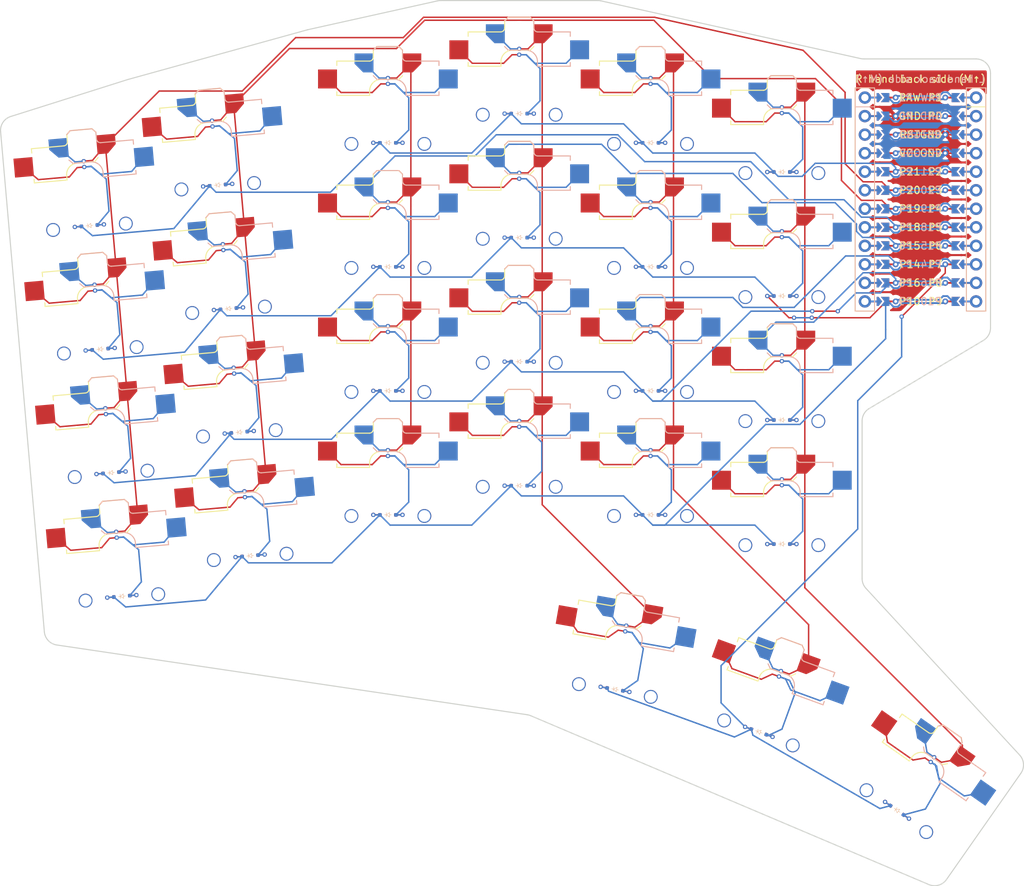
<source format=kicad_pcb>
(kicad_pcb (version 20241229) (generator "pcbnew") (generator_version "9.0")
  (title_block (title "main") (date "2025-04-30") (rev "v1.0.0") (company "Unknown"))
  (layers (0 "F.Cu" signal) (2 "B.Cu" signal) (13 "F.Paste" user) (15 "B.Paste" user) (5 "F.SilkS" user "F.Silkscreen") (7 "B.SilkS" user "B.Silkscreen") (1 "F.Mask" user) (3 "B.Mask" user) (25 "Edge.Cuts" user))
  (net 0 "")
  (net 1 "P20")
  (net 2 "far_bottom")
  (net 3 "GND")
  (net 4 "far_home")
  (net 5 "far_secondary")
  (net 6 "far_top")
  (net 7 "P19")
  (net 8 "pinky_bottom")
  (net 9 "pinky_home")
  (net 10 "pinky_secondary")
  (net 11 "pinky_top")
  (net 12 "P18")
  (net 13 "ring_bottom")
  (net 14 "ring_home")
  (net 15 "ring_secondary")
  (net 16 "ring_top")
  (net 17 "P15")
  (net 18 "middle_bottom")
  (net 19 "middle_home")
  (net 20 "middle_secondary")
  (net 21 "middle_top")
  (net 22 "P14")
  (net 23 "index_bottom")
  (net 24 "index_home")
  (net 25 "index_secondary")
  (net 26 "index_top")
  (net 27 "P16")
  (net 28 "inner_bottom")
  (net 29 "inner_home")
  (net 30 "inner_secondary")
  (net 31 "inner_top")
  (net 32 "inner_thumb")
  (net 33 "middle_thumb")
  (net 34 "outer_thumb")
  (net 35 "P9")
  (net 36 "P8")
  (net 37 "P10")
  (net 38 "P21")
  (net 39 "P7")
  (net 40 "RAW")
  (net 41 "RST")
  (net 42 "VCC")
  (net 43 "P1")
  (net 44 "P0")
  (net 45 "P2")
  (net 46 "P3")
  (net 47 "P4")
  (net 48 "P5")
  (net 49 "P6")
  (net 50 "MCU1_24")
  (net 51 "MCU1_1")
  (net 52 "MCU1_23")
  (net 53 "MCU1_2")
  (net 54 "MCU1_22")
  (net 55 "MCU1_3")
  (net 56 "MCU1_21")
  (net 57 "MCU1_4")
  (net 58 "MCU1_20")
  (net 59 "MCU1_5")
  (net 60 "MCU1_19")
  (net 61 "MCU1_6")
  (net 62 "MCU1_18")
  (net 63 "MCU1_7")
  (net 64 "MCU1_17")
  (net 65 "MCU1_8")
  (net 66 "MCU1_16")
  (net 67 "MCU1_9")
  (net 68 "MCU1_15")
  (net 69 "MCU1_10")
  (net 70 "MCU1_14")
  (net 71 "MCU1_11")
  (net 72 "MCU1_13")
  (net 73 "MCU1_12")
  (footprint "diode_smd_sod323" (layer "F.Cu") (at 117.395367 125.715704 5)
    (property "Reference" "")
    (property "Value" "")
  )
  (footprint "diode_smd_sod323" (layer "F.Cu") (at 137.941543 154.032741 5)
    (property "Reference" "")
    (property "Value" "")
  )
  (footprint "diode_smd_sod323" (layer "F.Cu") (at 156.831762 97.422081)
    (property "Reference" "")
    (property "Value" "")
  )
  (footprint "diode_smd_sod323" (layer "F.Cu") (at 156.831761 148.422081)
    (property "Reference" "")
    (property "Value" "")
  )
  (footprint "diode_smd_sod323" (layer "F.Cu") (at 192.831761 148.422078)
    (property "Reference" "")
    (property "Value" "")
  )
  (footprint "diode_smd_sod323" (layer "F.Cu") (at 226.615582 188.912121 -35)
    (property "Reference" "")
    (property "Value" "")
  )
  (footprint "diode_smd_sod323" (layer "F.Cu") (at 118.877014 142.651014 5)
    (property "Reference" "")
    (property "Value" "")
  )
  (footprint "diode_smd_sod323" (layer "F.Cu") (at 115.91372 108.780395 5)
    (property "Reference" "")
    (property "Value" "")
  )
  (footprint "diode_smd_sod323" (layer "F.Cu") (at 192.831761 97.42208)
    (property "Reference" "")
    (property "Value" "")
  )
  (footprint "diode_smd_sod323" (layer "F.Cu") (at 174.831762 127.422081)
    (property "Reference" "")
    (property "Value" "")
  )
  (footprint "diode_smd_sod323" (layer "F.Cu") (at 207.674259 178.168974 -20)
    (property "Reference" "")
    (property "Value" "")
  )
  (footprint "diode_smd_sod323" (layer "F.Cu") (at 210.83176 152.422081)
    (property "Reference" "")
    (property "Value" "")
  )
  (footprint "diode_smd_sod323" (layer "F.Cu") (at 187.963518 172.346118 -10)
    (property "Reference" "")
    (property "Value" "")
  )
  (footprint "diode_smd_sod323" (layer "F.Cu") (at 156.83176 131.42208)
    (property "Reference" "")
    (property "Value" "")
  )
  (footprint "diode_smd_sod323" (layer "F.Cu") (at 210.831762 135.422082)
    (property "Reference" "")
    (property "Value" "")
  )
  (footprint "ceoloide:mcu_nice_nano" (layer "F.Cu") (at 229.831761 103.922081)
    (property "Reference" "MCU1" (hide yes))
    (property "Value" "")
  )
  (footprint "diode_smd_sod323" (layer "F.Cu") (at 133.496601 103.226813 5)
    (property "Reference" "")
    (property "Value" "")
  )
  (footprint "diode_smd_sod323" (layer "F.Cu") (at 192.831762 114.42208)
    (property "Reference" "")
    (property "Value" "")
  )
  (footprint "diode_smd_sod323" (layer "F.Cu") (at 174.831761 110.42208)
    (property "Reference" "")
    (property "Value" "")
  )
  (footprint "diode_smd_sod323" (layer "F.Cu") (at 210.831761 118.422082)
    (property "Reference" "")
    (property "Value" "")
  )
  (footprint "diode_smd_sod323" (layer "F.Cu") (at 156.83176 114.422079)
    (property "Reference" "")
    (property "Value" "")
  )
  (footprint "diode_smd_sod323" (layer "F.Cu") (at 192.831762 131.42208)
    (property "Reference" "")
    (property "Value" "")
  )
  (footprint "diode_smd_sod323" (layer "F.Cu") (at 210.831763 101.42208)
    (property "Reference" "")
    (property "Value" "")
  )
  (footprint "diode_smd_sod323" (layer "F.Cu") (at 136.459896 137.097431 5)
    (property "Reference" "")
    (property "Value" "")
  )
  (footprint "diode_smd_sod323" (layer "F.Cu") (at 174.831763 144.42208)
    (property "Reference" "")
    (property "Value" "")
  )
  (footprint "diode_smd_sod323" (layer "F.Cu") (at 134.978249 120.162122 5)
    (property "Reference" "")
    (property "Value" "")
  )
  (footprint "diode_smd_sod323" (layer "F.Cu") (at 174.831761 93.42208)
    (property "Reference" "")
    (property "Value" "")
  )
  (footprint "diode_smd_sod323" (layer "F.Cu") (at 120.358663 159.586322 5)
    (property "Reference" "")
    (property "Value" "")
  )
  (footprint "ceoloide:switch_choc_v1_v2" (layer "B.Cu") (at 116.95959 120.73473 5)
    (property "Reference" "S3" (hide yes))
    (property "Value" "")
  )
  (footprint "ceoloide:switch_choc_v1_v2" (layer "B.Cu") (at 134.542469 115.181149 5)
    (property "Reference" "S7" (hide yes))
    (property "Value" "")
  )
  (footprint "ceoloide:switch_choc_v1_v2" (layer "B.Cu") (at 118.441233 137.67004 5)
    (property "Reference" "S2" (hide yes))
    (property "Value" "")
  )
  (footprint "ceoloide:switch_choc_v1_v2" (layer "B.Cu") (at 174.83176 122.422081)
    (property "Reference" "S14" (hide yes))
    (property "Value" "")
  )
  (footprint "ceoloide:switch_choc_v1_v2" (layer "B.Cu") (at 209.384357 173.470513 -20)
    (property "Reference" "S26" (hide yes))
    (property "Value" "")
  )
  (footprint "ceoloide:switch_choc_v1_v2" (layer "B.Cu") (at 174.831761 105.42208)
    (property "Reference" "S15" (hide yes))
    (property "Value" "")
  )
  (footprint "ceoloide:switch_choc_v1_v2" (layer "B.Cu") (at 156.831761 92.422081)
    (property "Reference" "S12" (hide yes))
    (property "Value" "")
  )
  (footprint "ceoloide:switch_choc_v1_v2" (layer "B.Cu") (at 188.83176 167.422081 -10)
    (property "Reference" "S25" (hide yes))
    (property "Value" "")
  )
  (footprint "ceoloide:switch_choc_v1_v2" (layer "B.Cu") (at 210.83176 113.422078)
    (property "Reference" "S23" (hide yes))
    (property "Value" "")
  )
  (footprint "ceoloide:switch_choc_v1_v2" (layer "B.Cu") (at 192.831762 109.42208)
    (property "Reference" "S19" (hide yes))
    (property "Value" "")
  )
  (footprint "ceoloide:switch_choc_v1_v2" (layer "B.Cu") (at 137.505765 149.051767 5)
    (property "Reference" "S5" (hide yes))
    (property "Value" "")
  )
  (footprint "ceoloide:switch_choc_v1_v2" (layer "B.Cu") (at 174.831762 88.422079)
    (property "Reference" "S16" (hide yes))
    (property "Value" "")
  )
  (footprint "ceoloide:switch_choc_v1_v2" (layer "B.Cu") (at 115.477941 103.79942 5)
    (property "Reference" "S4" (hide yes))
    (property "Value" "")
  )
  (footprint "ceoloide:switch_choc_v1_v2" (layer "B.Cu") (at 119.922885 154.605351 5)
    (property "Reference" "S1" (hide yes))
    (property "Value" "")
  )
  (footprint "ceoloide:switch_choc_v1_v2" (layer "B.Cu") (at 192.831762 143.422079)
    (property "Reference" "S17" (hide yes))
    (property "Value" "")
  )
  (footprint "ceoloide:switch_choc_v1_v2" (layer "B.Cu") (at 156.831762 109.422081)
    (property "Reference" "S11" (hide yes))
    (property "Value" "")
  )
  (footprint "ceoloide:switch_choc_v1_v2" (layer "B.Cu") (at 210.831761 130.422079)
    (property "Reference" "S22" (hide yes))
    (property "Value" "")
  )
  (footprint "ceoloide:switch_choc_v1_v2" (layer "B.Cu") (at 136.024117 132.116459 5)
    (property "Reference" "S6" (hide yes))
    (property "Value" "")
  )
  (footprint "ceoloide:switch_choc_v1_v2" (layer "B.Cu") (at 156.831761 143.422078)
    (property "Reference" "S9" (hide yes))
    (property "Value" "")
  )
  (footprint "ceoloide:switch_choc_v1_v2" (layer "B.Cu") (at 192.831761 92.422081)
    (property "Reference" "S20" (hide yes))
    (property "Value" "")
  )
  (footprint "ceoloide:switch_choc_v1_v2" (layer "B.Cu") (at 210.831762 147.422079)
    (property "Reference" "S21" (hide yes))
    (property "Value" "")
  )
  (footprint "ceoloide:switch_choc_v1_v2" (layer "B.Cu") (at 192.831761 126.422081)
    (property "Reference" "S18" (hide yes))
    (property "Value" "")
  )
  (footprint "ceoloide:switch_choc_v1_v2" (layer "B.Cu") (at 229.483464 184.816364 -35)
    (property "Reference" "S27" (hide yes))
    (property "Value" "")
  )
  (footprint "ceoloide:switch_choc_v1_v2" (layer "B.Cu") (at 174.83176 139.422079)
    (property "Reference" "S13" (hide yes))
    (property "Value" "")
  )
  (footprint "ceoloide:switch_choc_v1_v2" (layer "B.Cu") (at 156.831764 126.42208)
    (property "Reference" "S10" (hide yes))
    (property "Value" "")
  )
  (footprint "ceoloide:switch_choc_v1_v2" (layer "B.Cu") (at 210.831761 96.422079)
    (property "Reference" "S24" (hide yes))
    (property "Value" "")
  )
  (footprint "ceoloide:switch_choc_v1_v2" (layer "B.Cu") (at 133.060822 98.245836 5)
    (property "Reference" "S8" (hide yes))
    (property "Value" "")
  )
  (gr_arc (start 239.431762 122.786382) (mid 239.170932 123.773973) (end 238.456444 124.503946) (stroke (width 0.15)) (layer "Edge.Cuts"))
  (gr_arc (start 175.923038 175.814993) (mid 176.171177 175.868052) (end 176.4106 175.952104) (stroke (width 0.15)) (layer "Edge.Cuts"))
  (gr_line (start 121.222108 88.734939) (end 145.782208 81.935796) (stroke (width 0.15)) (layer "Edge.Cuts"))
  (gr_line (start 221.831761 135.557779) (end 221.831763 157.140746) (stroke (width 0.15)) (layer "Edge.Cuts"))
  (gr_arc (start 163.617445 77.969706) (mid 163.833072 77.934019) (end 164.051305 77.922079) (stroke (width 0.15)) (layer "Edge.Cuts"))
  (gr_line (start 222.361409 158.496497) (end 243.425123 181.340768) (stroke (width 0.15)) (layer "Edge.Cuts"))
  (gr_arc (start 185.612216 77.922081) (mid 185.830449 77.934028) (end 186.046077 77.969706) (stroke (width 0.15)) (layer "Edge.Cuts"))
  (gr_line (start 222.051308 85.922081) (end 237.43176 85.922079) (stroke (width 0.15)) (layer "Edge.Cuts"))
  (gr_line (start 243.593074 183.843671) (end 233.400218 198.400573) (stroke (width 0.15)) (layer "Edge.Cuts"))
  (gr_line (start 105.134512 93.814885) (end 121.153342 88.755311) (stroke (width 0.15)) (layer "Edge.Cuts"))
  (gr_arc (start 222.36141 158.496497) (mid 221.968873 157.868514) (end 221.831763 157.140746) (stroke (width 0.15)) (layer "Edge.Cuts"))
  (gr_line (start 109.742293 164.451535) (end 103.74449 95.89633) (stroke (width 0.15)) (layer "Edge.Cuts"))
  (gr_line (start 175.923038 175.814993) (end 111.441391 166.255601) (stroke (width 0.15)) (layer "Edge.Cuts"))
  (gr_arc (start 121.153342 88.755311) (mid 121.187633 88.744815) (end 121.222108 88.734939) (stroke (width 0.15)) (layer "Edge.Cuts"))
  (gr_arc (start 221.831761 135.557779) (mid 222.092609 134.570205) (end 222.807077 133.840214) (stroke (width 0.15)) (layer "Edge.Cuts"))
  (gr_arc (start 243.425123 181.340768) (mid 243.950309 182.562624) (end 243.593074 183.843671) (stroke (width 0.15)) (layer "Edge.Cuts"))
  (gr_arc (start 222.051308 85.922081) (mid 221.833072 85.910144) (end 221.617445 85.874453) (stroke (width 0.15)) (layer "Edge.Cuts"))
  (gr_line (start 238.456444 124.503946) (end 222.807077 133.840214) (stroke (width 0.15)) (layer "Edge.Cuts"))
  (gr_arc (start 145.782208 81.935796) (mid 145.831921 81.92272) (end 145.881953 81.910925) (stroke (width 0.15)) (layer "Edge.Cuts"))
  (gr_line (start 145.881953 81.910925) (end 163.617445 77.969706) (stroke (width 0.15)) (layer "Edge.Cuts"))
  (gr_arc (start 237.43176 85.922079) (mid 238.846023 86.507844) (end 239.431761 87.922079) (stroke (width 0.15)) (layer "Edge.Cuts"))
  (gr_line (start 230.981058 199.094688) (end 176.4106 175.952104) (stroke (width 0.15)) (layer "Edge.Cuts"))
  (gr_arc (start 111.441391 166.255601) (mid 110.278742 165.648447) (end 109.742293 164.451535) (stroke (width 0.15)) (layer "Edge.Cuts"))
  (gr_line (start 239.431761 87.922079) (end 239.431762 122.786382) (stroke (width 0.15)) (layer "Edge.Cuts"))
  (gr_line (start 164.051305 77.922079) (end 185.612216 77.922081) (stroke (width 0.15)) (layer "Edge.Cuts"))
  (gr_arc (start 233.400218 198.400573) (mid 232.313504 199.175871) (end 230.981058 199.094688) (stroke (width 0.15)) (layer "Edge.Cuts"))
  (gr_arc (start 103.74449 95.89633) (mid 104.073643 94.611273) (end 105.134512 93.814885) (stroke (width 0.15)) (layer "Edge.Cuts"))
  (gr_line (start 186.046077 77.969706) (end 221.617445 85.874453) (stroke (width 0.15)) (layer "Edge.Cuts"))
  (segment (start 118.221902 97.586626) (end 118.107361 97.723129) (width 0.2) (layer "F.Cu") (net 1))
  (segment (start 120.780587 150.640509) (end 119.585155 150.745095) (width 0.2) (layer "F.Cu") (net 1))
  (segment (start 125.484842 90.323686) (end 136.866976 90.323686) (width 0.2) (layer "F.Cu") (net 1))
  (segment (start 122.666846 148.392558) (end 122.530341 148.278018) (width 0.2) (layer "F.Cu") (net 1))
  (segment (start 213.739447 84.739447) (end 219.5 90.5) (width 0.2) (layer "F.Cu") (net 1))
  (segment (start 221.973001 102.771081) (end 224.535761 102.771081) (width 0.2) (layer "F.Cu") (net 1))
  (segment (start 136.866976 90.323686) (end 144.190662 83) (width 0.2) (layer "F.Cu") (net 1))
  (segment (start 118.221902 97.586626) (end 116.335644 99.83458) (width 0.2) (layer "F.Cu") (net 1))
  (segment (start 119.70355 114.521937) (end 117.817292 116.76989) (width 0.2) (layer "F.Cu") (net 1))
  (segment (start 219.5 90.5) (end 219.5 100.29808) (width 0.2) (layer "F.Cu") (net 1))
  (segment (start 119.70355 114.521937) (end 119.589009 114.658439) (width 0.2) (layer "F.Cu") (net 1))
  (segment (start 118.221902 97.586626) (end 125.484842 90.323686) (width 0.2) (layer "F.Cu") (net 1))
  (segment (start 225.056761 103.292081) (end 225.056761 103.922081) (width 0.2) (layer "F.Cu") (net 1))
  (segment (start 121.048697 131.342708) (end 121.185197 131.457247) (width 0.2) (layer "F.Cu") (net 1))
  (segment (start 119.589009 114.658439) (end 121.048697 131.342708) (width 0.2) (layer "F.Cu") (net 1))
  (segment (start 119.29894 133.705198) (end 118.103506 133.809787) (width 0.2) (layer "F.Cu") (net 1))
  (segment (start 225.056762 103.92208) (end 226.431764 103.92208) (width 0.25) (layer "F.Cu") (net 1))
  (segment (start 121.070658 131.593749) (end 121.185197 131.457247) (width 0.2) (layer "F.Cu") (net 1))
  (segment (start 193.402281 80.220078) (end 213.739447 84.739447) (width 0.2) (layer "F.Cu") (net 1))
  (segment (start 117.817292 116.76989) (end 116.62186 116.874476) (width 0.2) (layer "F.Cu") (net 1))
  (segment (start 119.567045 114.407398) (end 119.70355 114.521937) (width 0.2) (layer "F.Cu") (net 1))
  (segment (start 158.9329 83) (end 161.712822 80.220078) (width 0.2) (layer "F.Cu") (net 1))
  (segment (start 116.335644 99.83458) (end 115.140212 99.939168) (width 0.2) (layer "F.Cu") (net 1))
  (segment (start 121.185197 131.457247) (end 119.29894 133.705198) (width 0.2) (layer "F.Cu") (net 1))
  (segment (start 122.530341 148.278018) (end 121.070658 131.593749) (width 0.2) (layer "F.Cu") (net 1))
  (segment (start 224.535761 102.771081) (end 225.056761 103.292081) (width 0.2) (layer "F.Cu") (net 1))
  (segment (start 118.107361 97.723129) (end 119.567045 114.407398) (width 0.2) (layer "F.Cu") (net 1))
  (segment (start 219.5 100.29808) (end 221.973001 102.771081) (width 0.2) (layer "F.Cu") (net 1))
  (segment (start 122.666846 148.392558) (end 120.780587 150.640509) (width 0.2) (layer "F.Cu") (net 1))
  (segment (start 161.712822 80.220078) (end 193.402281 80.220078) (width 0.2) (layer "F.Cu") (net 1))
  (segment (start 144.190662 83) (end 158.9329 83) (width 0.2) (layer "F.Cu") (net 1))
  (via (at 118.103506 133.809787) (size 0.6) (drill 0.3) (layers "F.Cu" "B.Cu") (net 1))
  (via (at 119.585155 150.745095) (size 0.6) (drill 0.3) (layers "F.Cu" "B.Cu") (net 1))
  (via (at 116.62186 116.874476) (size 0.6) (drill 0.3) (layers "F.Cu" "B.Cu") (net 1))
  (via (at 115.140212 99.939168) (size 0.6) (drill 0.3) (layers "F.Cu" "B.Cu") (net 1))
  (segment (start 232.426454 103.70208) (end 226.651762 103.702079) (width 0.25) (layer "B.Cu") (net 1))
  (segment (start 111.696826 98.157497) (end 113.944779 100.043755) (width 0.2) (layer "B.Cu") (net 1))
  (segment (start 118.389722 150.849682) (end 119.585155 150.745095) (width 0.2) (layer "B.Cu") (net 1))
  (segment (start 233.532067 103.197078) (end 232.931459 103.19708) (width 0.25) (layer "B.Cu") (net 1))
  (segment (start 114.660121 132.028117) (end 116.908072 133.914373) (width 0.2) (layer "B.Cu") (net 1))
  (segment (start 234.606761 103.922082) (end 234.257064 103.922081) (width 0.25) (layer "B.Cu") (net 1))
  (segment (start 232.931459 103.19708) (end 232.426454 103.70208) (width 0.25) (layer "B.Cu") (net 1))
  (segment (start 113.178472 115.092807) (end 115.426425 116.979062) (width 0.2) (layer "B.Cu") (net 1))
  (segment (start 234.257064 103.922081) (end 233.532067 103.197078) (width 0.25) (layer "B.Cu") (net 1))
  (segment (start 113.944779 100.043755) (end 115.140212 99.939168) (width 0.2) (layer "B.Cu") (net 1))
  (segment (start 115.426425 116.979062) (end 116.62186 116.874476) (width 0.2) (layer "B.Cu") (net 1))
  (segment (start 116.908072 133.914373) (end 118.103506 133.809787) (width 0.2) (layer "B.Cu") (net 1))
  (segment (start 116.141768 148.963426) (end 118.389722 150.849682) (width 0.2) (layer "B.Cu") (net 1))
  (segment (start 118.683591 151.627028) (end 119.654879 151.542052) (width 0.2) (layer "F.Cu") (net 2))
  (segment (start 117.611832 152.9043) (end 118.683591 151.627028) (width 0.2) (layer "F.Cu") (net 2))
  (segment (start 122.351051 159.412013) (end 121.454475 159.490452) (width 0.2) (layer "F.Cu") (net 2))
  (segment (start 111.352538 151.590833) (end 113.361072 153.276192) (width 0.2) (layer "F.Cu") (net 2))
  (segment (start 113.361072 153.276192) (end 117.611832 152.9043) (width 0.2) (layer "F.Cu") (net 2))
  (via (at 122.351051 159.412013) (size 0.6) (drill 0.3) (layers "F.Cu" "B.Cu") (net 2))
  (via (at 119.654879 151.542052) (size 0.6) (drill 0.3) (layers "F.Cu" "B.Cu") (net 2))
  (segment (start 123.046204 157.593503) (end 121.454475 159.490452) (width 0.2) (layer "B.Cu") (net 2))
  (segment (start 120.612387 151.458281) (end 119.654879 151.542052) (width 0.2) (layer "B.Cu") (net 2))
  (segment (start 121.889657 152.530038) (end 120.612387 151.458281) (width 0.2) (layer "B.Cu") (net 2))
  (segment (start 122.351051 159.412013) (end 121.454475 159.490452) (width 0.2) (layer "B.Cu") (net 2))
  (segment (start 122.66011 153.180438) (end 123.046204 157.593503) (width 0.2) (layer "B.Cu") (net 2))
  (segment (start 120.608161 151.458651) (end 122.66011 153.180438) (width 0.2) (layer "B.Cu") (net 2))
  (segment (start 126.154202 152.156937) (end 121.889657 152.530038) (width 0.2) (layer "B.Cu") (net 2))
  (segment (start 119.654879 151.542052) (end 120.608161 151.458651) (width 0.2) (layer "B.Cu") (net 2))
  (segment (start 127.839561 150.148405) (end 126.154202 152.156937) (width 0.2) (layer "B.Cu") (net 2))
  (segment (start 234.606762 98.842079) (end 233.231762 98.842079) (width 0.25) (layer "F.Cu") (net 3))
  (segment (start 225.056761 93.76208) (end 226.431763 93.76208) (width 0.25) (layer "F.Cu") (net 3))
  (segment (start 234.606761 96.302079) (end 233.23176 96.302079) (width 0.25) (layer "F.Cu") (net 3))
  (segment (start 225.406457 98.842079) (end 226.131456 99.56708) (width 0.25) (layer "B.Cu") (net 3))
  (segment (start 234.257065 93.762079) (end 233.532067 93.037079) (width 0.25) (layer "B.Cu") (net 3))
  (segment (start 225.406458 96.30208) (end 226.131456 97.027081) (width 0.25) (layer "B.Cu") (net 3))
  (segment (start 233.532067 93.037079) (end 232.931458 93.037082) (width 0.25) (layer "B.Cu") (net 3))
  (segment (start 226.131456 99.56708) (end 226.732065 99.567079) (width 0.25) (layer "B.Cu") (net 3))
  (segment (start 227.227067 96.532081) (end 233.00176 96.532081) (width 0.25) (layer "B.Cu") (net 3))
  (segment (start 225.056761 96.30208) (end 225.406458 96.30208) (width 0.25) (layer "B.Cu") (net 3))
  (segment (start 232.426458 93.542081) (end 226.651761 93.542079) (width 0.25) (layer "B.Cu") (net 3))
  (segment (start 225.05676 98.84208) (end 225.406457 98.842079) (width 0.25) (layer "B.Cu") (net 3))
  (segment (start 227.227066 99.072079) (end 233.001761 99.072079) (width 0.25) (layer "B.Cu") (net 3))
  (segment (start 226.131456 97.027081) (end 226.732068 97.027079) (width 0.25) (layer "B.Cu") (net 3))
  (segment (start 226.732065 99.567079) (end 227.227066 99.072079) (width 0.25) (layer "B.Cu") (net 3))
  (segment (start 232.931458 93.037082) (end 232.426458 93.542081) (width 0.25) (layer "B.Cu") (net 3))
  (segment (start 234.60676 93.76208) (end 234.257065 93.762079) (width 0.25) (layer "B.Cu") (net 3))
  (segment (start 226.732068 97.027079) (end 227.227067 96.532081) (width 0.25) (layer "B.Cu") (net 3))
  (segment (start 116.130187 135.96899) (end 117.201942 134.691718) (width 0.2) (layer "F.Cu") (net 4))
  (segment (start 117.201942 134.691718) (end 118.173233 134.606742) (width 0.2) (layer "F.Cu") (net 4))
  (segment (start 120.869405 142.476703) (end 119.972828 142.555143) (width 0.2) (layer "F.Cu") (net 4))
  (segment (start 109.870891 134.655524) (end 111.879421 136.340883) (width 0.2) (layer "F.Cu") (net 4))
  (segment (start 111.879421 136.340883) (end 116.130187 135.96899) (width 0.2) (layer "F.Cu") (net 4))
  (via (at 120.869405 142.476703) (size 0.6) (drill 0.3) (layers "F.Cu" "B.Cu") (net 4))
  (via (at 118.173233 134.606742) (size 0.6) (drill 0.3) (layers "F.Cu" "B.Cu") (net 4))
  (segment (start 120.408014 135.59473) (end 119.130741 134.522971) (width 0.2) (layer "B.Cu") (net 4))
  (segment (start 120.869405 142.476703) (end 119.972828 142.555143) (width 0.2) (layer "B.Cu") (net 4))
  (segment (start 119.126515 134.523342) (end 118.173233 134.606742) (width 0.2) (layer "B.Cu") (net 4))
  (segment (start 121.564556 140.658196) (end 121.17846 136.24513) (width 0.2) (layer "B.Cu") (net 4))
  (segment (start 119.130741 134.522971) (end 118.173233 134.606742) (width 0.2) (layer "B.Cu") (net 4))
  (segment (start 126.357913 133.213096) (end 124.672555 135.22163) (width 0.2) (layer "B.Cu") (net 4))
  (segment (start 121.17846 136.24513) (end 119.126515 134.523342) (width 0.2) (layer "B.Cu") (net 4))
  (segment (start 119.972828 142.555143) (end 121.564556 140.658196) (width 0.2) (layer "B.Cu") (net 4))
  (segment (start 124.672555 135.22163) (end 120.408014 135.59473) (width 0.2) (layer "B.Cu") (net 4))
  (segment (start 119.387758 125.541393) (end 118.491181 125.619832) (width 0.2) (layer "F.Cu") (net 5))
  (segment (start 108.389241 117.720215) (end 110.397775 119.405574) (width 0.2) (layer "F.Cu") (net 5))
  (segment (start 115.720296 117.756409) (end 116.691585 117.671429) (width 0.2) (layer "F.Cu") (net 5))
  (segment (start 114.648538 119.03368) (end 115.720296 117.756409) (width 0.2) (layer "F.Cu") (net 5))
  (segment (start 110.397775 119.405574) (end 114.648538 119.03368) (width 0.2) (layer "F.Cu") (net 5))
  (via (at 119.387758 125.541393) (size 0.6) (drill 0.3) (layers "F.Cu" "B.Cu") (net 5))
  (via (at 116.691585 117.671429) (size 0.6) (drill 0.3) (layers "F.Cu" "B.Cu") (net 5))
  (segment (start 124.876266 116.277787) (end 123.190909 118.286318) (width 0.2) (layer "B.Cu") (net 5))
  (segment (start 123.190909 118.286318) (end 118.926362 118.659419) (width 0.2) (layer "B.Cu") (net 5))
  (segment (start 119.696816 119.309819) (end 117.644863 117.588031) (width 0.2) (layer "B.Cu") (net 5))
  (segment (start 117.644863 117.588031) (end 116.691585 117.671429) (width 0.2) (layer "B.Cu") (net 5))
  (segment (start 117.649092 117.587662) (end 116.691585 117.671429) (width 0.2) (layer "B.Cu") (net 5))
  (segment (start 120.082908 123.722885) (end 119.696816 119.309819) (width 0.2) (layer "B.Cu") (net 5))
  (segment (start 118.926362 118.659419) (end 117.649092 117.587662) (width 0.2) (layer "B.Cu") (net 5))
  (segment (start 119.387758 125.541393) (end 118.491181 125.619832) (width 0.2) (layer "B.Cu") (net 5))
  (segment (start 118.491181 125.619832) (end 120.082908 123.722885) (width 0.2) (layer "B.Cu") (net 5))
  (segment (start 113.166891 102.098368) (end 114.238648 100.821098) (width 0.2) (layer "F.Cu") (net 6))
  (segment (start 108.916127 102.470262) (end 113.166891 102.098368) (width 0.2) (layer "F.Cu") (net 6))
  (segment (start 114.238648 100.821098) (end 115.209935 100.73612) (width 0.2) (layer "F.Cu") (net 6))
  (segment (start 117.906109 108.606084) (end 117.009533 108.684524) (width 0.2) (layer "F.Cu") (net 6))
  (segment (start 106.907596 100.784903) (end 108.916127 102.470262) (width 0.2) (layer "F.Cu") (net 6))
  (via (at 117.906109 108.606084) (size 0.6) (drill 0.3) (layers "F.Cu" "B.Cu") (net 6))
  (via (at 115.209935 100.73612) (size 0.6) (drill 0.3) (layers "F.Cu" "B.Cu") (net 6))
  (segment (start 123.394617 99.342477) (end 121.70926 101.351009) (width 0.2) (layer "B.Cu") (net 6))
  (segment (start 118.215165 102.374511) (end 118.60126 106.787578) (width 0.2) (layer "B.Cu") (net 6))
  (segment (start 116.16322 100.652721) (end 118.215165 102.374511) (width 0.2) (layer "B.Cu") (net 6))
  (segment (start 121.70926 101.351009) (end 117.444716 101.724108) (width 0.2) (layer "B.Cu") (net 6))
  (segment (start 118.60126 106.787578) (end 117.009533 108.684524) (width 0.2) (layer "B.Cu") (net 6))
  (segment (start 116.167445 100.65235) (end 115.209935 100.73612) (width 0.2) (layer "B.Cu") (net 6))
  (segment (start 115.209935 100.73612) (end 116.16322 100.652721) (width 0.2) (layer "B.Cu") (net 6))
  (segment (start 117.444716 101.724108) (end 116.167445 100.65235) (width 0.2) (layer "B.Cu") (net 6))
  (segment (start 117.906109 108.606084) (end 117.009533 108.684524) (width 0.2) (layer "B.Cu") (net 6))
  (segment (start 138.65354 126.040167) (end 138.768077 125.903666) (width 0.2) (layer "F.Cu") (net 7))
  (segment (start 193.281436 80.621078) (end 161.878922 80.621078) (width 0.2) (layer "F.Cu") (net 7))
  (segment (start 225.056761 106.462081) (end 226.431762 106.462081) (width 0.25) (layer "F.Cu") (net 7))
  (segment (start 161.878922 80.621078) (end 158 84.5) (width 0.2) (layer "F.Cu") (net 7))
  (segment (start 140.113223 142.724437) (end 138.65354 126.040167) (width 0.2) (layer "F.Cu") (net 7))
  (segment (start 219 102.57608) (end 219 92.17808) (width 0.2) (layer "F.Cu") (net 7))
  (segment (start 143.337825 84.5) (end 135.804783 92.033042) (width 0.2) (layer "F.Cu") (net 7))
  (segment (start 137.28643 108.968354) (end 135.400176 111.216308) (width 0.2) (layer "F.Cu") (net 7))
  (segment (start 225.056761 105.832081) (end 224.535761 105.311081) (width 0.2) (layer "F.Cu") (net 7))
  (segment (start 140.249726 142.838975) (end 140.113223 142.724437) (width 0.2) (layer "F.Cu") (net 7))
  (segment (start 137.28643 108.968354) (end 137.149928 108.853816) (width 0.2) (layer "F.Cu") (net 7))
  (segment (start 138.36347 145.086926) (end 137.168038 145.191513) (width 0.2) (layer "F.Cu") (net 7))
  (segment (start 137.149928 108.853816) (end 135.690242 92.169546) (width 0.2) (layer "F.Cu") (net 7))
  (segment (start 138.631577 125.789125) (end 137.171892 109.104857) (width 0.2) (layer "F.Cu") (net 7))
  (segment (start 158 84.5) (end 143.337825 84.5) (width 0.2) (layer "F.Cu") (net 7))
  (segment (start 140.249726 142.838975) (end 138.36347 145.086926) (width 0.2) (layer "F.Cu") (net 7))
  (segment (start 135.690242 92.169546) (end 135.804782 92.033043) (width 0.2) (layer "F.Cu") (net 7))
  (segment (start 135.400176 111.216308) (end 134.204742 111.320894) (width 0.2) (layer "F.Cu") (net 7))
  (segment (start 138.768077 125.903666) (end 136.881822 128.151617) (width 0.2) (layer "F.Cu") (net 7))
  (segment (start 137.171892 109.104857) (end 137.28643 108.968354) (width 0.2) (layer "F.Cu") (net 7))
  (segment (start 224.535761 105.311081) (end 221.735001 105.311081) (width 0.2) (layer "F.Cu") (net 7))
  (segment (start 133.918527 94.280999) (end 132.723095 94.385586) (width 0.2) (layer "F.Cu") (net 7))
  (segment (start 225.056761 106.462081) (end 225.056761 105.832081) (width 0.2) (layer "F.Cu") (net 7))
  (segment (start 219 92.17808) (end 215.442998 88.621078) (width 0.2) (layer "F.Cu") (net 7))
  (segment (start 136.881822 128.151617) (end 135.686389 128.256203) (width 0.2) (layer "F.Cu") (net 7))
  (segment (start 215.442998 88.621078) (end 201.281436 88.621078) (width 0.2) (layer "F.Cu") (net 7))
  (segment (start 138.768077 125.903666) (end 138.631577 125.789125) (width 0.2) (layer "F.Cu") (net 7))
  (segment (start 135.804782 92.033043) (end 133.918527 94.280999) (width 0.2) (layer "F.Cu") (net 7))
  (segment (start 201.281436 88.621078) (end 193.281436 80.621078) (width 0.2) (layer "F.Cu") (net 7))
  (segment (start 221.735001 105.311081) (end 219 102.57608) (width 0.2) (layer "F.Cu") (net 7))
  (via (at 132.723095 94.385586) (size 0.6) (drill 0.3) (layers "F.Cu" "B.Cu") (net 7))
  (via (at 137.168038 145.191513) (size 0.6) (drill 0.3) (layers "F.Cu" "B.Cu") (net 7))
  (via (at 135.686389 128.256203) (size 0.6) (drill 0.3) (layers "F.Cu" "B.Cu") (net 7))
  (via (at 134.204742 111.320894) (size 0.6) (drill 0.3) (layers "F.Cu" "B.Cu") (net 7))
  (segment (start 232.931457 105.73708) (end 232.426457 106.24208) (width 0.25) (layer "B.Cu") (net 7))
  (segment (start 135.972602 145.296102) (end 137.168038 145.191513) (width 0.2) (layer "B.Cu") (net 7))
  (segment (start 132.243004 126.474535) (end 134.490955 128.36079) (width 0.2) (layer "B.Cu") (net 7))
  (segment (start 131.527661 94.490172) (end 132.723095 94.385586) (width 0.2) (layer "B.Cu") (net 7))
  (segment (start 234.60676 106.46208) (end 234.257064 106.462079) (width 0.25) (layer "B.Cu") (net 7))
  (segment (start 232.426457 106.24208) (end 226.651761 106.242077) (width 0.25) (layer "B.Cu") (net 7))
  (segment (start 130.761355 109.539225) (end 133.009306 111.425482) (width 0.2) (layer "B.Cu") (net 7))
  (segment (start 129.27971 92.603913) (end 131.527661 94.490172) (width 0.2) (layer "B.Cu") (net 7))
  (segment (start 234.257064 106.462079) (end 233.532067 105.737081) (width 0.25) (layer "B.Cu") (net 7))
  (segment (start 133.724649 143.409845) (end 135.972602 145.296102) (width 0.2) (layer "B.Cu") (net 7))
  (segment (start 134.490955 128.36079) (end 135.686389 128.256203) (width 0.2) (layer "B.Cu") (net 7))
  (segment (start 233.532067 105.737081) (end 232.931457 105.73708) (width 0.25) (layer "B.Cu") (net 7))
  (segment (start 133.009306 111.425482) (end 134.204742 111.320894) (width 0.2) (layer "B.Cu") (net 7))
  (segment (start 130.943952 147.72261) (end 135.194715 147.350717) (width 0.2) (layer "F.Cu") (net 8))
  (segment (start 135.194715 147.350717) (end 136.266471 146.073447) (width 0.2) (layer "F.Cu") (net 8))
  (segment (start 136.266471 146.073447) (end 137.237761 145.98847) (width 0.2) (layer "F.Cu") (net 8))
  (segment (start 139.933932 153.858431) (end 139.037358 153.93687) (width 0.2) (layer "F.Cu") (net 8))
  (segment (start 128.935419 146.03725) (end 130.943952 147.72261) (width 0.2) (layer "F.Cu") (net 8))
  (via (at 137.237761 145.98847) (size 0.6) (drill 0.3) (layers "F.Cu" "B.Cu") (net 8))
  (via (at 139.933932 153.858431) (size 0.6) (drill 0.3) (layers "F.Cu" "B.Cu") (net 8))
  (segment (start 138.191041 145.905067) (end 137.237761 145.98847) (width 0.2) (layer "B.Cu") (net 8))
  (segment (start 140.242992 147.626856) (end 138.191041 145.905067) (width 0.2) (layer "B.Cu") (net 8))
  (segment (start 138.195268 145.9047) (end 137.237761 145.98847) (width 0.2) (layer "B.Cu") (net 8))
  (segment (start 143.737084 146.603355) (end 139.472537 146.976456) (width 0.2) (layer "B.Cu") (net 8))
  (segment (start 145.422442 144.594823) (end 143.737084 146.603355) (width 0.2) (layer "B.Cu") (net 8))
  (segment (start 140.629084 152.039921) (end 140.242992 147.626856) (width 0.2) (layer "B.Cu") (net 8))
  (segment (start 139.472537 146.976456) (end 138.195268 145.9047) (width 0.2) (layer "B.Cu") (net 8))
  (segment (start 139.037358 153.93687) (end 140.629084 152.039921) (width 0.2) (layer "B.Cu") (net 8))
  (segment (start 139.933932 153.858431) (end 139.037358 153.93687) (width 0.2) (layer "B.Cu") (net 8))
  (segment (start 134.784822 129.138135) (end 135.756114 129.053159) (width 0.2) (layer "F.Cu") (net 9))
  (segment (start 138.452286 136.92312) (end 137.555711 137.001562) (width 0.2) (layer "F.Cu") (net 9))
  (segment (start 129.462303 130.787298) (end 133.713065 130.415406) (width 0.2) (layer "F.Cu") (net 9))
  (segment (start 133.713065 130.415406) (end 134.784822 129.138135) (width 0.2) (layer "F.Cu") (net 9))
  (segment (start 127.453773 129.101942) (end 129.462303 130.787298) (width 0.2) (layer "F.Cu") (net 9))
  (via (at 135.756114 129.053159) (size 0.6) (drill 0.3) (layers "F.Cu" "B.Cu") (net 9))
  (via (at 138.452286 136.92312) (size 0.6) (drill 0.3) (layers "F.Cu" "B.Cu") (net 9))
  (segment (start 136.709396 128.969759) (end 135.756114 129.053159) (width 0.2) (layer "B.Cu") (net 9))
  (segment (start 137.555711 137.001562) (end 139.147438 135.104613) (width 0.2) (layer "B.Cu") (net 9))
  (segment (start 143.940793 127.659514) (end 142.255436 129.668047) (width 0.2) (layer "B.Cu") (net 9))
  (segment (start 136.713624 128.969388) (end 135.756114 129.053159) (width 0.2) (layer "B.Cu") (net 9))
  (segment (start 139.147438 135.104613) (end 138.761343 130.691548) (width 0.2) (layer "B.Cu") (net 9))
  (segment (start 138.761343 130.691548) (end 136.709396 128.969759) (width 0.2) (layer "B.Cu") (net 9))
  (segment (start 142.255436 129.668047) (end 137.990893 130.041145) (width 0.2) (layer "B.Cu") (net 9))
  (segment (start 137.990893 130.041145) (end 136.713624 128.969388) (width 0.2) (layer "B.Cu") (net 9))
  (segment (start 138.452286 136.92312) (end 137.555711 137.001562) (width 0.2) (layer "B.Cu") (net 9))
  (segment (start 133.303176 112.202827) (end 134.274465 112.117849) (width 0.2) (layer "F.Cu") (net 10))
  (segment (start 125.972124 112.16663) (end 127.980656 113.851992) (width 0.2) (layer "F.Cu") (net 10))
  (segment (start 132.231419 113.480099) (end 133.303176 112.202827) (width 0.2) (layer "F.Cu") (net 10))
  (segment (start 136.970637 119.987811) (end 136.074063 120.066251) (width 0.2) (layer "F.Cu") (net 10))
  (segment (start 127.980656 113.851992) (end 132.231419 113.480099) (width 0.2) (layer "F.Cu") (net 10))
  (via (at 136.970637 119.987811) (size 0.6) (drill 0.3) (layers "F.Cu" "B.Cu") (net 10))
  (via (at 134.274465 112.117849) (size 0.6) (drill 0.3) (layers "F.Cu" "B.Cu") (net 10))
  (segment (start 136.074063 120.066251) (end 137.66579 118.169302) (width 0.2) (layer "B.Cu") (net 10))
  (segment (start 136.970637 119.987811) (end 136.074063 120.066251) (width 0.2) (layer "B.Cu") (net 10))
  (segment (start 140.773788 112.732734) (end 136.509245 113.105837) (width 0.2) (layer "B.Cu") (net 10))
  (segment (start 135.231973 112.034079) (end 134.274465 112.117849) (width 0.2) (layer "B.Cu") (net 10))
  (segment (start 137.66579 118.169302) (end 137.279696 113.756237) (width 0.2) (layer "B.Cu") (net 10))
  (segment (start 136.509245 113.105837) (end 135.231973 112.034079) (width 0.2) (layer "B.Cu") (net 10))
  (segment (start 137.279696 113.756237) (end 135.227746 112.034449) (width 0.2) (layer "B.Cu") (net 10))
  (segment (start 135.227746 112.034449) (end 134.274465 112.117849) (width 0.2) (layer "B.Cu") (net 10))
  (segment (start 142.459147 110.724205) (end 140.773788 112.732734) (width 0.2) (layer "B.Cu") (net 10))
  (segment (start 135.488989 103.052502) (end 134.592416 103.130942) (width 0.2) (layer "F.Cu") (net 11))
  (segment (start 126.499008 96.91668) (end 130.749771 96.544785) (width 0.2) (layer "F.Cu") (net 11))
  (segment (start 131.821529 95.267516) (end 132.792819 95.182539) (width 0.2) (layer "F.Cu") (net 11))
  (segment (start 124.490478 95.231322) (end 126.499008 96.91668) (width 0.2) (layer "F.Cu") (net 11))
  (segment (start 130.749771 96.544785) (end 131.821529 95.267516) (width 0.2) (layer "F.Cu") (net 11))
  (via (at 135.488989 103.052502) (size 0.6) (drill 0.3) (layers "F.Cu" "B.Cu") (net 11))
  (via (at 132.792819 95.182539) (size 0.6) (drill 0.3) (layers "F.Cu" "B.Cu") (net 11))
  (segment (start 135.027596 96.170526) (end 133.750329 95.09877) (width 0.2) (layer "B.Cu") (net 11))
  (segment (start 133.746101 95.09914) (end 132.792819 95.182539) (width 0.2) (layer "B.Cu") (net 11))
  (segment (start 135.79805 96.820929) (end 133.746101 95.09914) (width 0.2) (layer "B.Cu") (net 11))
  (segment (start 135.488989 103.052502) (end 134.592416 103.130942) (width 0.2) (layer "B.Cu") (net 11))
  (segment (start 140.9775 93.788894) (end 139.292141 95.797426) (width 0.2) (layer "B.Cu") (net 11))
  (segment (start 136.184141 101.233992) (end 135.79805 96.820929) (width 0.2) (layer "B.Cu") (net 11))
  (segment (start 139.292141 95.797426) (end 135.027596 96.170526) (width 0.2) (layer "B.Cu") (net 11))
  (segment (start 134.592416 103.130942) (end 136.184141 101.233992) (width 0.2) (layer "B.Cu") (net 11))
  (segment (start 133.750329 95.09877) (end 132.792819 95.182539) (width 0.2) (layer "B.Cu") (net 11))
  (segment (start 158.031761 122.547079) (end 156.831763 122.547082) (width 0.2) (layer "F.Cu") (net 12))
  (segment (start 159.98076 120.598077) (end 160.106762 120.47208) (width 0.2) (layer "F.Cu") (net 12))
  (segment (start 225.056761 109.00208) (end 226.43176 109.00208) (width 0.25) (layer "F.Cu") (net 12))
  (segment (start 160.106762 120.47208) (end 159.980762 120.346081) (width 0.2) (layer "F.Cu") (net 12))
  (segment (start 159.980765 103.346082) (end 160.106762 103.472079) (width 0.2) (layer "F.Cu") (net 12))
  (segment (start 159.980762 86.598079) (end 159.980765 103.346082) (width 0.2) (layer "F.Cu") (net 12))
  (segment (start 160.106761 137.472081) (end 158.031761 139.547081) (width 0.2) (layer "F.Cu") (net 12))
  (segment (start 158.031761 139.547081) (end 156.831761 139.547081) (width 0.2) (layer "F.Cu") (net 12))
  (segment (start 160.106762 103.472079) (end 158.031762 105.54708) (width 0.2) (layer "F.Cu") (net 12))
  (segment (start 159.980765 137.346081) (end 159.98076 120.598077) (width 0.2) (layer "F.Cu") (net 12))
  (segment (start 160.106762 120.47208) (end 158.031761 122.547079) (width 0.2) (layer "F.Cu") (net 12))
  (segment (start 160.106762 137.47208) (end 159.980765 137.346081) (width 0.2) (layer "F.Cu") (net 12))
  (segment (start 159.980763 103.598078) (end 160.106762 103.472079) (width 0.2) (layer "F.Cu") (net 12))
  (segment (start 160.10676 86.472079) (end 158.03176 88.547078) (width 0.2) (layer "F.Cu") (net 12))
  (segment (start 158.031762 105.54708) (end 156.831761 105.547078) (width 0.2) (layer "F.Cu") (net 12))
  (segment (start 158.03176 88.547078) (end 156.831762 88.547079) (width 0.2) (layer "F.Cu") (net 12))
  (segment (start 160.10676 86.472079) (end 159.980762 86.598079) (width 0.2) (layer "F.Cu") (net 12))
  (segment (start 159.980762 120.346081) (end 159.980763 103.598078) (width 0.2) (layer "F.Cu") (net 12))
  (via (at 156.831761 139.547081) (size 0.6) (drill 0.3) (layers "F.Cu" "B.Cu") (net 12))
  (via (at 156.831762 88.547079) (size 0.6) (drill 0.3) (layers "F.Cu" "B.Cu") (net 12))
  (via (at 156.831761 105.547078) (size 0.6) (drill 0.3) (layers "F.Cu" "B.Cu") (net 12))
  (via (at 156.831763 122.547082) (size 0.6) (drill 0.3) (layers "F.Cu" "B.Cu") (net 12))
  (segment (start 153.556761 86.47208) (end 155.631761 88.54708) (width 0.2) (layer "B.Cu") (net 12))
  (segment (start 153.556759 120.472081) (end 155.631761 122.547081) (width 0.2) (layer "B.Cu") (net 12))
  (segment (start 171.682085 96.321081) (end 188.349944 96.321081) (width 0.2) (layer "B.Cu") (net 12))
  (segment (start 153.556762 137.472079) (end 155.63176 139.547082) (width 0.2) (layer "B.Cu") (net 12))
  (segment (start 188.349944 96.321081) (end 192.028863 100) (width 0.2) (layer "B.Cu") (net 12))
  (segment (start 225.225512 107.613081) (end 226.431761 108.81933) (width 0.2) (layer "B.Cu") (net 12))
  (segment (start 234.606759 109.00208) (end 234.257066 109.002079) (width 0.25) (layer "B.Cu") (net 12))
  (segment (start 234.257066 109.002079) (end 233.532068 108.277079) (width 0.25) (layer "B.Cu") (net 12))
  (segment (start 155.631762 105.547082) (end 156.831761 105.547078) (width 0.2) (layer "B.Cu") (net 12))
  (segment (start 232.426456 108.782078) (end 226.651763 108.782081) (width 0.25) (layer "B.Cu") (net 12))
  (segment (start 192.028863 100) (end 206.559738 100) (width 0.2) (layer "B.Cu") (net 12))
  (segment (start 211.779815 105.220077) (end 219.341997 105.220077) (width 0.2) (layer "B.Cu") (net 12))
  (segment (start 155.63176 139.547082) (end 156.831761 139.547081) (width 0.2) (layer "B.Cu") (net 12))
  (segment (start 233.532068 108.277079) (end 232.931456 108.277079) (width 0.25) (layer "B.Cu") (net 12))
  (segment (start 168.779087 99.224079) (end 171.682085 96.321081) (width 0.2) (layer "B.Cu") (net 12))
  (segment (start 219.341997 105.220077) (end 221.735001 107.613081) (width 0.2) (layer "B.Cu") (net 12))
  (segment (start 153.556762 103.472079) (end 155.631762 105.547082) (width 0.2) (layer "B.Cu") (net 12))
  (segment (start 155.631761 122.547081) (end 156.831763 122.547082) (width 0.2) (layer "B.Cu") (net 12))
  (segment (start 155.631761 88.54708) (end 156.831762 88.547079) (width 0.2) (layer "B.Cu") (net 12))
  (segment (start 221.735001 107.613081) (end 225.225512 107.613081) (width 0.2) (layer "B.Cu") (net 12))
  (segment (start 226.431761 108.81933) (end 226.431761 109.002081) (width 0.2) (layer "B.Cu") (net 12))
  (segment (start 153.556763 103.472083) (end 157.804767 99.224079) (width 0.2) (layer "B.Cu") (net 12))
  (segment (start 206.559738 100) (end 211.779815 105.220077) (width 0.2) (layer "B.Cu") (net 12))
  (segment (start 157.804767 99.224079) (end 168.779087 99.224079) (width 0.2) (layer "B.Cu") (net 12))
  (segment (start 232.931456 108.277079) (end 232.426456 108.782078) (width 0.25) (layer "B.Cu") (net 12))
  (segment (start 154.67776 141.52608) (end 155.856761 140.34708) (width 0.2) (layer "F.Cu") (net 13))
  (segment (start 148.556761 139.672078) (end 150.410762 141.52608) (width 0.2) (layer "F.Cu") (net 13))
  (segment (start 158.831761 148.42208) (end 157.931763 148.422079) (width 0.2) (layer "F.Cu") (net 13))
  (segment (start 150.410762 141.52608) (end 154.67776 141.52608) (width 0.2) (layer "F.Cu") (net 13))
  (segment (start 155.856761 140.34708) (end 156.831762 140.347079) (width 0.2) (layer "F.Cu") (net 13))
  (via (at 156.831762 140.347079) (size 0.6) (drill 0.3) (layers "F.Cu" "B.Cu") (net 13))
  (via (at 158.831761 148.42208) (size 0.6) (drill 0.3) (layers "F.Cu" "B.Cu") (net 13))
  (segment (start 165.106761 139.67208) (end 163.252763 141.526079) (width 0.2) (layer "B.Cu") (net 13))
  (segment (start 157.792926 140.347081) (end 156.831762 140.347079) (width 0.2) (layer "B.Cu") (net 13))
  (segment (start 158.97193 141.526082) (end 157.792926 140.347081) (width 0.2) (layer "B.Cu") (net 13))
  (segment (start 159.682761 142.241156) (end 157.788686 140.34708) (width 0.2) (layer "B.Cu") (net 13))
  (segment (start 159.682759 146.67108) (end 159.682761 142.241156) (width 0.2) (layer "B.Cu") (net 13))
  (segment (start 163.252763 141.526079) (end 158.97193 141.526082) (width 0.2) (layer "B.Cu") (net 13))
  (segment (start 158.831761 148.42208) (end 157.931763 148.422079) (width 0.2) (layer "B.Cu") (net 13))
  (segment (start 157.931762 148.422079) (end 159.682759 146.67108) (width 0.2) (layer "B.Cu") (net 13))
  (segment (start 157.788686 140.34708) (end 156.831762 140.347079) (width 0.2) (layer "B.Cu") (net 13))
  (segment (start 148.556762 122.672077) (end 150.410763 124.526081) (width 0.2) (layer "F.Cu") (net 14))
  (segment (start 155.856763 123.34708) (end 156.83176 123.34708) (width 0.2) (layer "F.Cu") (net 14))
  (segment (start 150.410763 124.526081) (end 154.677764 124.526082) (width 0.2) (layer "F.Cu") (net 14))
  (segment (start 154.677764 124.526082) (end 155.856763 123.34708) (width 0.2) (layer "F.Cu") (net 14))
  (segment (start 158.831763 131.422079) (end 157.931761 131.422079) (width 0.2) (layer "F.Cu") (net 14))
  (via (at 158.831763 131.422079) (size 0.6) (drill 0.3) (layers "F.Cu" "B.Cu") (net 14))
  (via (at 156.83176 123.34708) (size 0.6) (drill 0.3) (layers "F.Cu" "B.Cu") (net 14))
  (segment (start 163.252762 124.52608) (end 158.971927 124.526078) (width 0.2) (layer "B.Cu") (net 14))
  (segment (start 159.682763 129.671081) (end 159.682762 125.241157) (width 0.2) (layer "B.Cu") (net 14))
  (segment (start 158.971927 124.526078) (end 157.792927 123.347082) (width 0.2) (layer "B.Cu") (net 14))
  (segment (start 157.792927 123.347082) (end 156.83176 123.34708) (width 0.2) (layer "B.Cu") (net 14))
  (segment (start 157.931761 131.42208) (end 159.682763 129.671081) (width 0.2) (layer "B.Cu") (net 14))
  (segment (start 158.831763 131.422079) (end 157.931761 131.422079) (width 0.2) (layer "B.Cu") (net 14))
  (segment (start 159.682762 125.241157) (end 157.788684 123.347081) (width 0.2) (layer "B.Cu") (net 14))
  (segment (start 157.788684 123.347081) (end 156.83176 123.34708) (width 0.2) (layer "B.Cu") (net 14))
  (segment (start 165.106761 122.672079) (end 163.252762 124.52608) (width 0.2) (layer "B.Cu") (net 14))
  (segment (start 155.856763 106.347081) (end 156.831762 106.347079) (width 0.2) (layer "F.Cu") (net 15))
  (segment (start 154.677761 107.526083) (end 155.856763 106.347081) (width 0.2) (layer "F.Cu") (net 15))
  (segment (start 150.410761 107.526079) (end 154.677761 107.526083) (width 0.2) (layer "F.Cu") (net 15))
  (segment (start 158.831763 114.42208) (end 157.931761 114.42208) (width 0.2) (layer "F.Cu") (net 15))
  (segment (start 148.556762 105.672079) (end 150.410761 107.526079) (width 0.2) (layer "F.Cu") (net 15))
  (via (at 156.831762 106.347079) (size 0.6) (drill 0.3) (layers "F.Cu" "B.Cu") (net 15))
  (via (at 158.831763 114.42208) (size 0.6) (drill 0.3) (layers "F.Cu" "B.Cu") (net 15))
  (segment (start 157.931761 114.42208) (end 159.682762 112.671079) (width 0.2) (layer "B.Cu") (net 15))
  (segment (start 163.252762 107.526076) (end 158.971928 107.52608) (width 0.2) (layer "B.Cu") (net 15))
  (segment (start 158.831763 114.42208) (end 157.931761 114.42208) (width 0.2) (layer "B.Cu") (net 15))
  (segment (start 157.792927 106.347081) (end 156.831762 106.347079) (width 0.2) (layer "B.Cu") (net 15))
  (segment (start 165.106761 105.672081) (end 163.252762 107.526076) (width 0.2) (layer "B.Cu") (net 15))
  (segment (start 159.682762 112.671079) (end 159.682761 108.236913) (width 0.2) (layer "B.Cu") (net 15))
  (segment (start 157.792926 106.34708) (end 156.831762 106.347079) (width 0.2) (layer "B.Cu") (net 15))
  (segment (start 159.682761 108.236913) (end 157.792927 106.347081) (width 0.2) (layer "B.Cu") (net 15))
  (segment (start 158.971928 107.52608) (end 157.792926 106.34708) (width 0.2) (layer "B.Cu") (net 15))
  (segment (start 158.831761 97.422081) (end 157.931761 97.422081) (width 0.2) (layer "F.Cu") (net 16))
  (segment (start 150.410763 90.526079) (end 154.677761 90.526077) (width 0.2) (layer "F.Cu") (net 16))
  (segment (start 148.55676 88.672079) (end 150.410763 90.526079) (width 0.2) (layer "F.Cu") (net 16))
  (segment (start 154.677761 90.526077) (end 155.856761 89.347081) (width 0.2) (layer "F.Cu") (net 16))
  (segment (start 155.856761 89.347081) (end 156.831761 89.347079) (width 0.2) (layer "F.Cu") (net 16))
  (via (at 158.831761 97.422081) (size 0.6) (drill 0.3) (layers "F.Cu" "B.Cu") (net 16))
  (via (at 156.831761 89.347079) (size 0.6) (drill 0.3) (layers "F.Cu" "B.Cu") (net 16))
  (segment (start 157.931761 97.422081) (end 159.682763 95.67108) (width 0.2) (layer "B.Cu") (net 16))
  (segment (start 165.10676 88.672082) (end 163.252761 90.526078) (width 0.2) (layer "B.Cu") (net 16))
  (segment (start 159.682763 91.241157) (end 157.788686 89.34708) (width 0.2) (layer "B.Cu") (net 16))
  (segment (start 157.788686 89.34708) (end 156.831761 89.347079) (width 0.2) (layer "B.Cu") (net 16))
  (segment (start 159.682763 95.67108) (end 159.682763 91.241157) (width 0.2) (layer "B.Cu") (net 16))
  (segment (start 163.252761 90.526078) (end 158.971929 90.52608) (width 0.2) (layer "B.Cu") (net 16))
  (segment (start 158.831761 97.422081) (end 157.931761 97.422081) (width 0.2) (layer "B.Cu") (net 16))
  (segment (start 158.971929 90.52608) (end 157.792928 89.347081) (width 0.2) (layer "B.Cu") (net 16))
  (segment (start 157.792928 89.347081) (end 156.831761 89.347079) (width 0.2) (layer "B.Cu") (net 16))
  (segment (start 178.106761 133.47208) (end 177.980762 133.346082) (width 0.2) (layer "F.Cu") (net 17))
  (segment (start 176.031761 101.547078) (end 174.831762 101.54708) (width 0.2) (layer "F.Cu") (net 17))
  (segment (start 178.106761 99.472081) (end 177.980763 99.346083) (width 0.2) (layer "F.Cu") (net 17))
  (segment (start 178.10676 133.472079) (end 176.031763 135.547079) (width 0.2) (layer "F.Cu") (net 17))
  (segment (start 177.980761 147.021722) (end 193.090212 162.131173) (width 0.2) (layer "F.Cu") (net 17))
  (segment (start 177.980761 133.598078) (end 177.980761 147.021722) (width 0.2) (layer "F.Cu") (net 17))
  (segment (start 177.980763 99.346083) (end 177.980764 82.59808) (width 0.2) (layer "F.Cu") (net 17))
  (segment (start 193.090213 162.131171) (end 190.686417 163.814328) (width 0.2) (layer "F.Cu") (net 17))
  (segment (start 178.106762 116.472081) (end 176.031761 118.54708) (width 0.2) (layer "F.Cu") (net 17))
  (segment (start 176.031763 135.547079) (end 174.831759 135.547081) (width 0.2) (layer "F.Cu") (net 17))
  (segment (start 177.980764 82.59808) (end 178.106763 82.472079) (width 0.2) (layer "F.Cu") (net 17))
  (segment (start 225.056761 111.54208) (end 226.431761 111.542081) (width 0.25) (layer "F.Cu") (net 17))
  (segment (start 177.980763 116.598079) (end 178.10676 116.472082) (width 0.2) (layer "F.Cu") (net 17))
  (segment (start 178.10676 133.472079) (end 177.980761 133.598078) (width 0.2) (layer "F.Cu") (net 17))
  (segment (start 177.980762 116.346081) (end 177.98076 99.598078) (width 0.2) (layer "F.Cu") (net 17))
  (segment (start 176.031763 84.547081) (end 174.83176 84.547079) (width 0.2) (layer "F.Cu") (net 17))
  (segment (start 190.686417 163.814328) (end 189.504649 163.60595) (width 0.2) (layer "F.Cu") (net 17))
  (segment (start 178.106762 82.472079) (end 176.031763 84.547081) (width 0.2) (layer "F.Cu") (net 17))
  (segment (start 178.106761 99.472081) (end 176.031761 101.547078) (width 0.2) (layer "F.Cu") (net 17))
  (segment (start 177.980762 133.346082) (end 177.980763 116.598079) (width 0.2) (layer "F.Cu") (net 17))
  (segment (start 178.10676 116.472082) (end 177.980762 116.346081) (width 0.2) (layer "F.Cu") (net 17))
  (segment (start 176.031761 118.54708) (end 174.831762 118.54708) (width 0.2) (layer "F.Cu") (net 17))
  (segment (start 177.98076 99.598078) (end 178.106761 99.472081) (width 0.2) (layer "F.Cu") (net 17))
  (via (at 174.83176 84.547079) (size 0.6) (drill 0.3) (layers "F.Cu" "B.Cu") (net 17))
  (via (at 174.831759 135.547081) (size 0.6) (drill 0.3) (layers "F.Cu" "B.Cu") (net 17))
  (via (at 174.831762 118.54708) (size 0.6) (drill 0.3) (layers "F.Cu" "B.Cu") (net 17))
  (via (at 189.504649 163.60595) (size 0.6) (drill 0.3) (layers "F.Cu" "B.Cu") (net 17))
  (via (at 174.831762 101.54708) (size 0.6) (drill 0.3) (layers "F.Cu" "B.Cu") (net 17))
  (segment (start 226.431761 111.359329) (end 226.431761 111.542081) (width 0.2) (layer "B.Cu") (net 17))
  (segment (start 171.556762 99.472082) (end 173.407765 97.621079) (width 0.2) (layer "B.Cu") (net 17))
  (segment (start 173.631761 118.547081) (end 174.831762 118.54708) (width 0.2) (layer "B.Cu") (net 17))
  (segment (start 171.556761 82.47208) (end 173.631761 84.54708) (width 0.2) (layer "B.Cu") (net 17))
  (segment (start 232.931457 110.817081) (end 232.426457 111.322079) (width 0.25) (layer "B.Cu") (net 17))
  (segment (start 218.121077 105.621077) (end 221.060761 108.560761) (width 0.2) (layer "B.Cu") (net 17))
  (segment (start 234.257067 111.542078) (end 233.532067 110.817081) (width 0.25) (layer "B.Cu") (net 17))
  (segment (start 171.556762 116.47208) (end 173.631761 118.547081) (width 0.2) (layer "B.Cu") (net 17))
  (segment (start 225.463513 110.391081) (end 226.431761 111.359329) (width 0.2) (layer "B.Cu") (net 17))
  (segment (start 173.631761 84.54708) (end 174.83176 84.547079) (width 0.2) (layer "B.Cu") (net 17))
  (segment (start 173.407765 97.621079) (end 186.111578 97.621079) (width 0.2) (layer "B.Cu") (net 17))
  (segment (start 190.111578 101.621079) (end 204.11158 101.621079) (width 0.2) (layer "B.Cu") (net 17))
  (segment (start 208.111578 105.621077) (end 218.121077 105.621077) (width 0.2) (layer "B.Cu") (net 17))
  (segment (start 171.556762 99.472081) (end 173.631761 101.547081) (width 0.2) (layer "B.Cu") (net 17))
  (segment (start 171.556762 133.472079) (end 173.631761 135.547081) (width 0.2) (layer "B.Cu") (net 17))
  (segment (start 204.11158 101.621079) (end 208.111578 105.621077) (width 0.2) (layer "B.Cu") (net 17))
  (segment (start 173.631761 101.547081) (end 174.831762 101.54708) (width 0.2) (layer "B.Cu") (net 17))
  (segment (start 186.639722 160.993778) (end 188.322878 163.397571) (width 0.2) (layer "B.Cu") (net 17))
  (segment (start 188.322878 163.397571) (end 189.504649 163.60595) (width 0.2) (layer "B.Cu") (net 17))
  (segment (start 221.060761 108.560761) (end 221.060761 109.560761) (width 0.2) (layer "B.Cu") (net 17))
  (segment (start 232.426457 111.322079) (end 226.651761 111.32208) (width 0.25) (layer "B.Cu") (net 17))
  (segment (start 234.606762 111.542079) (end 234.257067 111.542078) (width 0.25) (layer "B.Cu") (net 17))
  (segment (start 233.532067 110.817081) (end 232.931457 110.817081) (width 0.25) (layer "B.Cu") (net 17))
  (segment (start 173.631761 135.547081) (end 174.831759 135.547081) (width 0.2) (layer "B.Cu") (net 17))
  (segment (start 186.111578 97.621079) (end 190.111578 101.621079) (width 0.2) (layer "B.Cu") (net 17))
  (segment (start 221.891081 110.391081) (end 225.463513 110.391081) (width 0.2) (layer "B.Cu") (net 17))
  (segment (start 221.060761 109.560761) (end 221.891081 110.391081) (width 0.2) (layer "B.Cu") (net 17))
  (segment (start 173.856761 136.347079) (end 174.831762 136.347078) (width 0.2) (layer "F.Cu") (net 18))
  (segment (start 166.556764 135.67208) (end 168.410759 137.526079) (width 0.2) (layer "F.Cu") (net 18))
  (segment (start 168.410759 137.526079) (end 172.677761 137.52608) (width 0.2) (layer "F.Cu") (net 18))
  (segment (start 172.677761 137.52608) (end 173.856761 136.347079) (width 0.2) (layer "F.Cu") (net 18))
  (segment (start 176.831762 144.422081) (end 175.931761 144.422079) (width 0.2) (layer "F.Cu") (net 18))
  (via (at 174.831762 136.347078) (size 0.6) (drill 0.3) (layers "F.Cu" "B.Cu") (net 18))
  (via (at 176.831762 144.422081) (size 0.6) (drill 0.3) (layers "F.Cu" "B.Cu") (net 18))
  (segment (start 176.831762 144.422081) (end 175.931761 144.422079) (width 0.2) (layer "B.Cu") (net 18))
  (segment (start 177.921579 142.432263) (end 175.931761 144.422079) (width 0.2) (layer "B.Cu") (net 18))
  (segment (start 175.792927 136.347081) (end 174.831762 136.347078) (width 0.2) (layer "B.Cu") (net 18))
  (segment (start 175.788683 136.347079) (end 177.921579 138.479975) (width 0.2) (layer "B.Cu") (net 18))
  (segment (start 181.252761 137.526079) (end 176.971928 137.52608) (width 0.2) (layer "B.Cu") (net 18))
  (segment (start 176.971928 137.52608) (end 175.792927 136.347081) (width 0.2) (layer "B.Cu") (net 18))
  (segment (start 177.921579 138.479975) (end 177.921579 142.432263) (width 0.2) (layer "B.Cu") (net 18))
  (segment (start 174.831762 136.347078) (end 175.788683 136.347079) (width 0.2) (layer "B.Cu") (net 18))
  (segment (start 183.106763 135.672079) (end 181.252761 137.526079) (width 0.2) (layer "B.Cu") (net 18))
  (segment (start 172.677761 120.526081) (end 173.856762 119.347077) (width 0.2) (layer "F.Cu") (net 19))
  (segment (start 176.831761 127.422079) (end 175.931763 127.422081) (width 0.2) (layer "F.Cu") (net 19))
  (segment (start 166.556762 118.672079) (end 168.410763 120.52608) (width 0.2) (layer "F.Cu") (net 19))
  (segment (start 173.856762 119.347077) (end 174.831761 119.34708) (width 0.2) (layer "F.Cu") (net 19))
  (segment (start 168.410763 120.52608) (end 172.677761 120.526081) (width 0.2) (layer "F.Cu") (net 19))
  (via (at 176.831761 127.422079) (size 0.6) (drill 0.3) (layers "F.Cu" "B.Cu") (net 19))
  (via (at 174.831761 119.34708) (size 0.6) (drill 0.3) (layers "F.Cu" "B.Cu") (net 19))
  (segment (start 183.106763 118.67208) (end 181.252762 120.526081) (width 0.2) (layer "B.Cu") (net 19))
  (segment (start 177.682762 121.241158) (end 177.682761 125.671079) (width 0.2) (layer "B.Cu") (net 19))
  (segment (start 175.792928 119.34708) (end 174.831761 119.34708) (width 0.2) (layer "B.Cu") (net 19))
  (segment (start 176.971928 120.526078) (end 175.792928 119.34708) (width 0.2) (layer "B.Cu") (net 19))
  (segment (start 175.788683 119.34708) (end 177.682762 121.241158) (width 0.2) (layer "B.Cu") (net 19))
  (segment (start 174.831761 119.34708) (end 175.788683 119.34708) (width 0.2) (layer "B.Cu") (net 19))
  (segment (start 181.252762 120.526081) (end 176.971928 120.526078) (width 0.2) (layer "B.Cu") (net 19))
  (segment (start 177.682761 125.671079) (end 175.931762 127.422079) (width 0.2) (layer "B.Cu") (net 19))
  (segment (start 176.831761 127.422079) (end 175.931763 127.422081) (width 0.2) (layer "B.Cu") (net 19))
  (segment (start 166.556761 101.67208) (end 168.410762 103.52608) (width 0.2) (layer "F.Cu") (net 20))
  (segment (start 172.677761 103.526081) (end 173.856764 102.347078) (width 0.2) (layer "F.Cu") (net 20))
  (segment (start 176.83176 110.422078) (end 175.93176 110.42208) (width 0.2) (layer "F.Cu") (net 20))
  (segment (start 168.410762 103.52608) (end 172.677761 103.526081) (width 0.2) (layer "F.Cu") (net 20))
  (segment (start 173.856764 102.347078) (end 174.831759 102.34708) (width 0.2) (layer "F.Cu") (net 20))
  (via (at 176.83176 110.422078) (size 0.6) (drill 0.3) (layers "F.Cu" "B.Cu") (net 20))
  (via (at 174.831759 102.34708) (size 0.6) (drill 0.3) (layers "F.Cu" "B.Cu") (net 20))
  (segment (start 177.68276 104.241157) (end 175.788684 102.34708) (width 0.2) (layer "B.Cu") (net 20))
  (segment (start 176.971927 103.526078) (end 175.792929 102.34708) (width 0.2) (layer "B.Cu") (net 20))
  (segment (start 175.792929 102.34708) (end 174.831759 102.34708) (width 0.2) (layer "B.Cu") (net 20))
  (segment (start 176.83176 110.422078) (end 175.93176 110.42208) (width 0.2) (layer "B.Cu") (net 20))
  (segment (start 181.25276 103.52608) (end 176.971927 103.526078) (width 0.2) (layer "B.Cu") (net 20))
  (segment (start 175.931761 110.422079) (end 177.68276 108.671078) (width 0.2) (layer "B.Cu") (net 20))
  (segment (start 175.788684 102.34708) (end 174.831759 102.34708) (width 0.2) (layer "B.Cu") (net 20))
  (segment (start 183.10676 101.672082) (end 181.25276 103.52608) (width 0.2) (layer "B.Cu") (net 20))
  (segment (start 177.68276 108.671078) (end 177.68276 104.241157) (width 0.2) (layer "B.Cu") (net 20))
  (segment (start 172.677761 86.526079) (end 173.85676 85.347081) (width 0.2) (layer "F.Cu") (net 21))
  (segment (start 176.831762 93.422079) (end 175.931761 93.42208) (width 0.2) (layer "F.Cu") (net 21))
  (segment (start 168.41076 86.526078) (end 172.677761 86.526079) (width 0.2) (layer "F.Cu") (net 21))
  (segment (start 166.556763 84.672079) (end 168.41076 86.526078) (width 0.2) (layer "F.Cu") (net 21))
  (segment (start 173.85676 85.347081) (end 174.831763 85.347079) (width 0.2) (layer "F.Cu") (net 21))
  (via (at 176.831762 93.422079) (size 0.6) (drill 0.3) (layers "F.Cu" "B.Cu") (net 21))
  (via (at 174.831763 85.347079) (size 0.6) (drill 0.3) (layers "F.Cu" "B.Cu") (net 21))
  (segment (start 176.971929 86.526082) (end 175.792927 85.34708) (width 0.2) (layer "B.Cu") (net 21))
  (segment (start 175.931761 93.42208) (end 177.682763 91.67108) (width 0.2) (layer "B.Cu") (net 21))
  (segment (start 177.682763 91.67108) (end 177.682762 87.241157) (width 0.2) (layer "B.Cu") (net 21))
  (segment (start 181.252763 86.526078) (end 176.971929 86.526082) (width 0.2) (layer "B.Cu") (net 21))
  (segment (start 175.788686 85.347079) (end 174.831763 85.347079) (width 0.2) (layer "B.Cu") (net 21))
  (segment (start 177.682762 87.241157) (end 175.788686 85.347079) (width 0.2) (layer "B.Cu") (net 21))
  (segment (start 176.831762 93.422079) (end 175.931761 93.42208) (width 0.2) (layer "B.Cu") (net 21))
  (segment (start 175.792927 85.34708) (end 174.831763 85.347079) (width 0.2) (layer "B.Cu") (net 21))
  (segment (start 183.106762 84.672083) (end 181.252763 86.526078) (width 0.2) (layer "B.Cu") (net 21))
  (segment (start 194.031762 139.547079) (end 192.831763 139.547079) (width 0.2) (layer "F.Cu") (net 22))
  (segment (start 194.031761 122.547079) (end 192.831761 122.547078) (width 0.2) (layer "F.Cu") (net 22))
  (segment (start 195.980762 120.598078) (end 196.10676 120.472078) (width 0.2) (layer "F.Cu") (net 22))
  (segment (start 195.980764 137.346082) (end 195.980762 120.598078) (width 0.2) (layer "F.Cu") (net 22))
  (segment (start 195.980762 144.9519) (end 214.496873 163.468009) (width 0.2) (layer "F.Cu") (net 22))
  (segment (start 196.106762 103.472079) (end 194.031762 105.547078) (width 0.2) (layer "F.Cu") (net 22))
  (segment (start 214.496873 163.468009) (end 214.49687 168.999457) (width 0.2) (layer "F.Cu") (net 22))
  (segment (start 195.98076 86.598077) (end 196.106763 86.472081) (width 0.2) (layer "F.Cu") (net 22))
  (segment (start 211.837318 170.239629) (end 210.709687 169.829205) (width 0.2) (layer "F.Cu") (net 22))
  (segment (start 195.980764 103.34608) (end 195.98076 86.598077) (width 0.2) (layer "F.Cu") (net 22))
  (segment (start 225.056763 114.08208) (end 226.431761 114.082077) (width 0.25) (layer "F.Cu") (net 22))
  (segment (start 195.980762 120.346079) (end 195.980765 103.598078) (width 0.2) (layer "F.Cu") (net 22))
  (segment (start 214.496872 168.999455) (end 211.837318 170.239629) (width 0.2) (layer "F.Cu") (net 22))
  (segment (start 195.980762 137.598079) (end 195.980762 144.9519) (width 0.2) (layer "F.Cu") (net 22))
  (segment (start 196.106763 86.472081) (end 194.031761 88.547081) (width 0.2) (layer "F.Cu") (net 22))
  (segment (start 196.106762 120.472079) (end 194.031761 122.547079) (width 0.2) (layer "F.Cu") (net 22))
  (segment (start 196.10676 120.472078) (end 195.980762 120.346079) (width 0.2) (layer "F.Cu") (net 22))
  (segment (start 196.106762 137.47208) (end 195.980762 137.598079) (width 0.2) (layer "F.Cu") (net 22))
  (segment (start 196.106762 137.47208) (end 195.980764 137.346082) (width 0.2) (layer "F.Cu") (net 22))
  (segment (start 196.106761 103.472079) (end 195.980764 103.34608) (width 0.2) (layer "F.Cu") (net 22))
  (segment (start 196.106762 137.47208) (end 194.031762 139.547079) (width 0.2) (layer "F.Cu") (net 22))
  (segment (start 194.031761 88.547081) (end 192.831763 88.54708) (width 0.2) (layer "F.Cu") (net 22))
  (segment (start 194.031762 105.547078) (end 192.83176 105.547081) (width 0.2) (layer "F.Cu") (net 22))
  (segment (start 195.980765 103.598078) (end 196.106761 103.472079) (width 0.2) (layer "F.Cu") (net 22))
  (via (at 192.83176 105.547081) (size 0.6) (drill 0.3) (layers "F.Cu" "B.Cu") (net 22))
  (via (at 192.831763 88.54708) (size 0.6) (drill 0.3) (layers "F.Cu" "B.Cu") (net 22))
  (via (at 192.831761 122.547078) (size 0.6) (drill 0.3) (layers "F.Cu" "B.Cu") (net 22))
  (via (at 192.831763 139.547079) (size 0.6) (drill 0.3) (layers "F.Cu" "B.Cu") (net 22))
  (via (at 210.709687 169.829205) (size 0.6) (drill 0.3) (layers "F.Cu" "B.Cu") (net 22))
  (segment (start 189.556762 120.472083) (end 191.407765 118.62108) (width 0.2) (layer "B.Cu") (net 22))
  (segment (start 189.556761 120.472079) (end 191.631762 122.547081) (width 0.2) (layer "B.Cu") (net 22))
  (segment (start 225.463513 112.931081) (end 226.431761 113.899329) (width 0.2) (layer "B.Cu") (net 22))
  (segment (start 204.111581 118.62108) (end 205.471372 119.980871) (width 0.2) (layer "B.Cu") (net 22))
  (segment (start 191.631761 139.547079) (end 192.831763 139.547079) (width 0.2) (layer "B.Cu") (net 22))
  (segment (start 233.532065 113.357081) (end 232.931456 113.357078) (width 0.25) (layer "B.Cu") (net 22))
  (segment (start 209.582056 169.41878) (end 210.709687 169.829205) (width 0.2) (layer "B.Cu") (net 22))
  (segment (start 191.631761 88.547079) (end 192.831763 88.54708) (width 0.2) (layer "B.Cu") (net 22))
  (segment (start 189.556762 103.47208) (end 191.631763 105.54708) (width 0.2) (layer "B.Cu") (net 22))
  (segment (start 234.606759 114.082079) (end 234.257065 114.082079) (width 0.25) (layer "B.Cu") (net 22))
  (segment (start 189.556761 86.472078) (end 191.631761 88.547079) (width 0.2) (layer "B.Cu") (net 22))
  (segment (start 205.471372 119.980871) (end 212.519129 119.980871) (width 0.2) (layer "B.Cu") (net 22))
  (segment (start 212.519129 119.980871) (end 219.568919 112.931081) (width 0.2) (layer "B.Cu") (net 22))
  (segment (start 191.407765 118.62108) (end 204.111581 118.62108) (width 0.2) (layer "B.Cu") (net 22))
  (segment (start 226.431761 113.899329) (end 226.431761 114.082081) (width 0.2) (layer "B.Cu") (net 22))
  (segment (start 208.341885 166.759228) (end 209.582056 169.41878) (width 0.2) (layer "B.Cu") (net 22))
  (segment (start 232.426457 113.862081) (end 226.65176 113.86208) (width 0.25) (layer "B.Cu") (net 22))
  (segment (start 189.556761 137.472081) (end 191.631761 139.547079) (width 0.2) (layer "B.Cu") (net 22))
  (segment (start 232.931456 113.357078) (end 232.426457 113.862081) (width 0.25) (layer "B.Cu") (net 22))
  (segment (start 191.631762 122.547081) (end 192.831761 122.547078) (width 0.2) (layer "B.Cu") (net 22))
  (segment (start 191.631763 105.54708) (end 192.83176 105.547081) (width 0.2) (layer "B.Cu") (net 22))
  (segment (start 234.257065 114.082079) (end 233.532065 113.357081) (width 0.25) (layer "B.Cu") (net 22))
  (segment (start 219.568919 112.931081) (end 225.463513 112.931081) (width 0.2) (layer "B.Cu") (net 22))
  (segment (start 194.83176 148.422079) (end 193.931762 148.422081) (width 0.2) (layer "F.Cu") (net 23))
  (segment (start 186.410762 141.526079) (end 190.677761 141.526079) (width 0.2) (layer "F.Cu") (net 23))
  (segment (start 190.677761 141.526079) (end 191.856761 140.347081) (width 0.2) (layer "F.Cu") (net 23))
  (segment (start 191.856761 140.347081) (end 192.831762 140.347081) (width 0.2) (layer "F.Cu") (net 23))
  (segment (start 184.556761 139.672079) (end 186.410762 141.526079) (width 0.2) (layer "F.Cu") (net 23))
  (via (at 192.831762 140.347081) (size 0.6) (drill 0.3) (layers "F.Cu" "B.Cu") (net 23))
  (via (at 194.83176 148.422079) (size 0.6) (drill 0.3) (layers "F.Cu" "B.Cu") (net 23))
  (segment (start 193.792927 140.347079) (end 192.831762 140.347081) (width 0.2) (layer "B.Cu") (net 23))
  (segment (start 199.252761 141.526081) (end 194.971929 141.526079) (width 0.2) (layer "B.Cu") (net 23))
  (segment (start 195.682762 142.236912) (end 193.792927 140.347079) (width 0.2) (layer "B.Cu") (net 23))
  (segment (start 195.682763 146.671081) (end 195.682762 142.236912) (width 0.2) (layer "B.Cu") (net 23))
  (segment (start 194.83176 148.422079) (end 193.931762 148.422081) (width 0.2) (layer "B.Cu") (net 23))
  (segment (start 194.971929 141.526079) (end 193.792927 140.347079) (width 0.2) (layer "B.Cu") (net 23))
  (segment (start 193.931762 148.422079) (end 195.682763 146.671081) (width 0.2) (layer "B.Cu") (net 23))
  (segment (start 201.106761 139.672081) (end 199.252761 141.526081) (width 0.2) (layer "B.Cu") (net 23))
  (segment (start 184.55676 122.672081) (end 186.410761 124.52608) (width 0.2) (layer "F.Cu") (net 24))
  (segment (start 194.831761 131.422079) (end 193.93176 131.422079) (width 0.2) (layer "F.Cu") (net 24))
  (segment (start 190.677763 124.52608) (end 191.856763 123.34708) (width 0.2) (layer "F.Cu") (net 24))
  (segment (start 186.410761 124.52608) (end 190.677763 124.52608) (width 0.2) (layer "F.Cu") (net 24))
  (segment (start 191.856763 123.34708) (end 192.831761 123.34708) (width 0.2) (layer "F.Cu") (net 24))
  (via (at 194.831761 131.422079) (size 0.6) (drill 0.3) (layers "F.Cu" "B.Cu") (net 24))
  (via (at 192.831761 123.34708) (size 0.6) (drill 0.3) (layers "F.Cu" "B.Cu") (net 24))
  (segment (start 199.252761 124.52608) (end 194.971928 124.526082) (width 0.2) (layer "B.Cu") (net 24))
  (segment (start 194.831761 131.422079) (end 193.93176 131.422079) (width 0.2) (layer "B.Cu") (net 24))
  (segment (start 193.792926 123.34708) (end 192.831761 123.34708) (width 0.2) (layer "B.Cu") (net 24))
  (segment (start 194.971928 124.526082) (end 193.792926 123.34708) (width 0.2) (layer "B.Cu") (net 24))
  (segment (start 193.93176 131.422079) (end 195.682761 129.67108) (width 0.2) (layer "B.Cu") (net 24))
  (segment (start 201.106761 122.672081) (end 199.252761 124.52608) (width 0.2) (layer "B.Cu") (net 24))
  (segment (start 193.792925 123.347079) (end 192.831761 123.34708) (width 0.2) (layer "B.Cu") (net 24))
  (segment (start 195.682761 129.67108) (end 195.682762 125.236916) (width 0.2) (layer "B.Cu") (net 24))
  (segment (start 195.682762 125.236916) (end 193.792925 123.347079) (width 0.2) (layer "B.Cu") (net 24))
  (segment (start 186.410762 107.526082) (end 190.677759 107.526078) (width 0.2) (layer "F.Cu") (net 25))
  (segment (start 191.856761 106.347081) (end 192.831761 106.347079) (width 0.2) (layer "F.Cu") (net 25))
  (segment (start 184.556762 105.672079) (end 186.410762 107.526082) (width 0.2) (layer "F.Cu") (net 25))
  (segment (start 194.831764 114.42208) (end 193.931762 114.42208) (width 0.2) (layer "F.Cu") (net 25))
  (segment (start 190.677759 107.526078) (end 191.856761 106.347081) (width 0.2) (layer "F.Cu") (net 25))
  (via (at 194.831764 114.42208) (size 0.6) (drill 0.3) (layers "F.Cu" "B.Cu") (net 25))
  (via (at 192.831761 106.347079) (size 0.6) (drill 0.3) (layers "F.Cu" "B.Cu") (net 25))
  (segment (start 201.106762 105.672081) (end 199.252762 107.526081) (width 0.2) (layer "B.Cu") (net 25))
  (segment (start 199.252762 107.526081) (end 194.971929 107.526082) (width 0.2) (layer "B.Cu") (net 25))
  (segment (start 194.831764 114.42208) (end 193.931762 114.42208) (width 0.2) (layer "B.Cu") (net 25))
  (segment (start 194.971929 107.526082) (end 193.792927 106.34708) (width 0.2) (layer "B.Cu") (net 25))
  (segment (start 193.792926 106.347079) (end 192.831761 106.347079) (width 0.2) (layer "B.Cu") (net 25))
  (segment (start 195.682762 108.236914) (end 193.792926 106.347079) (width 0.2) (layer "B.Cu") (net 25))
  (segment (start 193.792927 106.34708) (end 192.831761 106.347079) (width 0.2) (layer "B.Cu") (net 25))
  (segment (start 195.682761 112.671082) (end 195.682762 108.236914) (width 0.2) (layer "B.Cu") (net 25))
  (segment (start 193.931763 114.422081) (end 195.682761 112.671082) (width 0.2) (layer "B.Cu") (net 25))
  (segment (start 184.556761 88.672079) (end 186.410763 90.526081) (width 0.2) (layer "F.Cu") (net 26))
  (segment (start 190.677763 90.52608) (end 191.856761 89.34708) (width 0.2) (layer "F.Cu") (net 26))
  (segment (start 194.83176 97.422079) (end 193.93176 97.42208) (width 0.2) (layer "F.Cu") (net 26))
  (segment (start 191.856761 89.34708) (end 192.831761 89.347079) (width 0.2) (layer "F.Cu") (net 26))
  (segment (start 186.410763 90.526081) (end 190.677763 90.52608) (width 0.2) (layer "F.Cu") (net 26))
  (via (at 192.831761 89.347079) (size 0.6) (drill 0.3) (layers "F.Cu" "B.Cu") (net 26))
  (via (at 194.83176 97.422079) (size 0.6) (drill 0.3) (layers "F.Cu" "B.Cu") (net 26))
  (segment (start 195.682761 91.241156) (end 193.788685 89.34708) (width 0.2) (layer "B.Cu") (net 26))
  (segment (start 194.971926 90.526078) (end 193.792927 89.347081) (width 0.2) (layer "B.Cu") (net 26))
  (segment (start 201.10676 88.672078) (end 199.252762 90.526081) (width 0.2) (layer "B.Cu") (net 26))
  (segment (start 194.83176 97.422079) (end 193.93176 97.42208) (width 0.2) (layer "B.Cu") (net 26))
  (segment (start 193.931761 97.42208) (end 195.682762 95.67108) (width 0.2) (layer "B.Cu") (net 26))
  (segment (start 193.788685 89.34708) (end 192.831761 89.347079) (width 0.2) (layer "B.Cu") (net 26))
  (segment (start 193.792927 89.347081) (end 192.831761 89.347079) (width 0.2) (layer "B.Cu") (net 26))
  (segment (start 195.682762 95.67108) (end 195.682761 91.241156) (width 0.2) (layer "B.Cu") (net 26))
  (segment (start 199.252762 90.526081) (end 194.971926 90.526078) (width 0.2) (layer "B.Cu") (net 26))
  (segment (start 235.578969 180.007424) (end 235.578967 181.820871) (width 0.2) (layer "F.Cu") (net 27))
  (segment (start 232.689056 182.330437) (end 231.706074 181.642147) (width 0.2) (layer "F.Cu") (net 27))
  (segment (start 214.106761 90.47208) (end 212.031762 92.54708) (width 0.2) (layer "F.Cu") (net 27))
  (segment (start 213.980761 90.598077) (end 213.980762 107.346081) (width 0.2) (layer "F.Cu") (net 27))
  (segment (start 213.980763 124.598079) (end 213.980762 141.34608) (width 0.2) (layer "F.Cu") (net 27))
  (segment (start 213.980763 141.598079) (end 213.980763 158.409217) (width 0.2) (layer "F.Cu") (net 27))
  (segment (start 213.980763 107.598079) (end 213.980761 124.346082) (width 0.2) (layer "F.Cu") (net 27))
  (segment (start 212.031762 143.547081) (end 210.831761 143.547079) (width 0.2) (layer "F.Cu") (net 27))
  (segment (start 214.106761 90.47208) (end 213.980761 90.598077) (width 0.2) (layer "F.Cu") (net 27))
  (segment (start 214.106762 141.472081) (end 212.031762 143.547081) (width 0.2) (layer "F.Cu") (net 27))
  (segment (start 212.031763 109.547081) (end 210.831761 109.547081) (width 0.2) (layer "F.Cu") (net 27))
  (segment (start 213.980763 158.409217) (end 235.578969 180.007424) (width 0.2) (layer "F.Cu") (net 27))
  (segment (start 214.10676 124.472082) (end 212.031762 126.547081) (width 0.2) (layer "F.Cu") (net 27))
  (segment (start 214.10676 107.472081) (end 212.031763 109.547081) (width 0.2) (layer "F.Cu") (net 27))
  (segment (start 235.578967 181.820871) (end 232.689056 182.330437) (width 0.2) (layer "F.Cu") (net 27))
  (segment (start 212.031762 92.54708) (end 210.831761 92.54708) (width 0.2) (layer "F.Cu") (net 27))
  (segment (start 213.980761 124.346082) (end 214.10676 124.472081) (width 0.2) (layer "F.Cu") (net 27))
  (segment (start 212.031762 126.547081) (end 210.831762 126.547082) (width 0.2) (layer "F.Cu") (net 27))
  (segment (start 214.106762 141.47208) (end 213.980763 141.598079) (width 0.2) (layer "F.Cu") (net 27))
  (segment (start 214.10676 124.472081) (end 213.980763 124.598079) (width 0.2) (layer "F.Cu") (net 27))
  (segment (start 214.10676 107.472081) (end 213.980763 107.598079) (width 0.2) (layer "F.Cu") (net 27))
  (segment (start 213.980762 107.346081) (end 214.10676 107.472081) (width 0.2) (layer "F.Cu") (net 27))
  (segment (start 213.980762 141.34608) (end 214.106762 141.47208) (width 0.2) (layer "F.Cu") (net 27))
  (segment (start 225.056761 116.62208) (end 226.431762 116.62208) (width 0.25) (layer "F.Cu") (net 27))
  (via (at 210.831761 109.547081) (size 0.6) (drill 0.3) (layers "F.Cu" "B.Cu") (net 27))
  (via (at 231.706074 181.642147) (size 0.6) (drill 0.3) (layers "F.Cu" "B.Cu") (net 27))
  (via (at 210.831761 143.547079) (size 0.6) (drill 0.3) (layers "F.Cu" "B.Cu") (net 27))
  (via (at 210.831761 92.54708) (size 0.6) (drill 0.3) (layers "F.Cu" "B.Cu") (net 27))
  (via (at 210.831762 126.547082) (size 0.6) (drill 0.3) (layers "F.Cu" "B.Cu") (net 27))
  (segment (start 226.431761 116.056396) (end 226.431761 116.622081) (width 0.2) (layer "B.Cu") (net 27))
  (segment (start 233.532067 115.897081) (end 232.931458 115.897081) (width 0.25) (layer "B.Cu") (net 27))
  (segment (start 209.631763 126.547081) (end 210.831762 126.547082) (width 0.2) (layer "B.Cu") (net 27))
  (segment (start 215.206082 122) (end 221.973001 115.233081) (width 0.2) (layer "B.Cu") (net 27))
  (segment (start 234.257066 116.622078) (end 233.532067 115.897081) (width 0.25) (layer "B.Cu") (net 27))
  (segment (start 207.556759 90.472081) (end 209.631762 92.54708) (width 0.2) (layer "B.Cu") (net 27))
  (segment (start 207.556763 124.472079) (end 209.631763 126.547081) (width 0.2) (layer "B.Cu") (net 27))
  (segment (start 209.631761 109.547079) (end 210.831761 109.547081) (width 0.2) (layer "B.Cu") (net 27))
  (segment (start 207.556762 124.472081) (end 210.028843 122) (width 0.2) (layer "B.Cu") (net 27))
  (segment (start 232.426456 116.402079) (end 226.651761 116.402081) (width 0.25) (layer "B.Cu") (net 27))
  (segment (start 234.60676 116.622078) (end 234.257066 116.622078) (width 0.25) (layer "B.Cu") (net 27))
  (segment (start 232.931458 115.897081) (end 232.426456 116.402079) (width 0.25) (layer "B.Cu") (net 27))
  (segment (start 225.608446 115.233081) (end 226.431761 116.056396) (width 0.2) (layer "B.Cu") (net 27))
  (segment (start 210.028843 122) (end 215.206082 122) (width 0.2) (layer "B.Cu") (net 27))
  (segment (start 207.55676 107.472081) (end 209.631761 109.547079) (width 0.2) (layer "B.Cu") (net 27))
  (segment (start 230.723091 180.953856) (end 231.706074 181.642147) (width 0.2) (layer "B.Cu") (net 27))
  (segment (start 209.631761 143.547081) (end 210.831761 143.547079) (width 0.2) (layer "B.Cu") (net 27))
  (segment (start 230.213521 178.063947) (end 230.723091 180.953856) (width 0.2) (layer "B.Cu") (net 27))
  (segment (start 207.556761 141.47208) (end 209.631761 143.547081) (width 0.2) (layer "B.Cu") (net 27))
  (segment (start 221.973001 115.233081) (end 225.608446 115.233081) (width 0.2) (layer "B.Cu") (net 27))
  (segment (start 209.631762 92.54708) (end 210.831761 92.54708) (width 0.2) (layer "B.Cu") (net 27))
  (segment (start 208.677762 145.526081) (end 209.856761 144.347078) (width 0.2) (layer "F.Cu") (net 28))
  (segment (start 212.831761 152.422079) (end 211.931762 152.422081) (width 0.2) (layer "F.Cu") (net 28))
  (segment (start 204.410762 145.526082) (end 208.677762 145.526081) (width 0.2) (layer "F.Cu") (net 28))
  (segment (start 202.556761 143.67208) (end 204.410762 145.526082) (width 0.2) (layer "F.Cu") (net 28))
  (segment (start 209.856761 144.347078) (end 210.831763 144.347079) (width 0.2) (layer "F.Cu") (net 28))
  (via (at 212.831761 152.422079) (size 0.6) (drill 0.3) (layers "F.Cu" "B.Cu") (net 28))
  (via (at 210.831763 144.347079) (size 0.6) (drill 0.3) (layers "F.Cu" "B.Cu") (net 28))
  (segment (start 211.788683 144.347079) (end 213.682762 146.241156) (width 0.2) (layer "B.Cu") (net 28))
  (segment (start 212.831761 152.422079) (end 211.931762 152.422081) (width 0.2) (layer "B.Cu") (net 28))
  (segment (start 219.106762 143.67208) (end 217.252762 145.526081) (width 0.2) (layer "B.Cu") (net 28))
  (segment (start 213.682763 150.67108) (end 211.931761 152.422081) (width 0.2) (layer "B.Cu") (net 28))
  (segment (start 217.252762 145.526081) (end 212.971926 145.52608) (width 0.2) (layer "B.Cu") (net 28))
  (segment (start 211.792928 144.347081) (end 210.831763 144.347079) (width 0.2) (layer "B.Cu") (net 28))
  (segment (start 213.682762 146.241156) (end 213.682763 150.67108) (width 0.2) (layer "B.Cu") (net 28))
  (segment (start 210.831763 144.347079) (end 211.788683 144.347079) (width 0.2) (layer "B.Cu") (net 28))
  (segment (start 212.971926 145.52608) (end 211.792928 144.347081) (width 0.2) (layer "B.Cu") (net 28))
  (segment (start 204.410761 128.526079) (end 208.67776 128.52608) (width 0.2) (layer "F.Cu") (net 29))
  (segment (start 208.67776 128.52608) (end 209.856761 127.347079) (width 0.2) (layer "F.Cu") (net 29))
  (segment (start 202.556762 126.672079) (end 204.410761 128.526079) (width 0.2) (layer "F.Cu") (net 29))
  (segment (start 212.831761 135.42208) (end 211.93176 135.42208) (width 0.2) (layer "F.Cu") (net 29))
  (segment (start 209.856761 127.347079) (end 210.831762 127.347078) (width 0.2) (layer "F.Cu") (net 29))
  (via (at 210.831762 127.347078) (size 0.6) (drill 0.3) (layers "F.Cu" "B.Cu") (net 29))
  (via (at 212.831761 135.42208) (size 0.6) (drill 0.3) (layers "F.Cu" "B.Cu") (net 29))
  (segment (start 217.25276 128.526078) (end 212.971928 128.52608) (width 0.2) (layer "B.Cu") (net 29))
  (segment (start 219.106763 126.672079) (end 217.25276 128.526078) (width 0.2) (layer "B.Cu") (net 29))
  (segment (start 213.682762 129.241156) (end 213.68276 133.67108) (width 0.2) (layer "B.Cu") (net 29))
  (segment (start 212.971928 128.52608) (end 211.792927 127.347079) (width 0.2) (layer "B.Cu") (net 29))
  (segment (start 210.831762 127.347078) (end 211.788685 127.347078) (width 0.2) (layer "B.Cu") (net 29))
  (segment (start 211.792927 127.347079) (end 210.831762 127.347078) (width 0.2) (layer "B.Cu") (net 29))
  (segment (start 213.68276 133.67108) (end 211.93176 135.422082) (width 0.2) (layer "B.Cu") (net 29))
  (segment (start 212.831761 135.42208) (end 211.93176 135.42208) (width 0.2) (layer "B.Cu") (net 29))
  (segment (start 211.788685 127.347078) (end 213.682762 129.241156) (width 0.2) (layer "B.Cu") (net 29))
  (segment (start 204.410761 111.526078) (end 208.677762 111.52608) (width 0.2) (layer "F.Cu") (net 30))
  (segment (start 208.677762 111.52608) (end 209.856761 110.34708) (width 0.2) (layer "F.Cu") (net 30))
  (segment (start 209.856761 110.34708) (end 210.831762 110.347079) (width 0.2) (layer "F.Cu") (net 30))
  (segment (start 212.831761 118.422081) (end 211.931761 118.422079) (width 0.2) (layer "F.Cu") (net 30))
  (segment (start 202.556762 109.67208) (end 204.410761 111.526078) (width 0.2) (layer "F.Cu") (net 30))
  (via (at 212.831761 118.422081) (size 0.6) (drill 0.3) (layers "F.Cu" "B.Cu") (net 30))
  (via (at 210.831762 110.347079) (size 0.6) (drill 0.3) (layers "F.Cu" "B.Cu") (net 30))
  (segment (start 211.788684 110.34708) (end 213.682761 112.241158) (width 0.2) (layer "B.Cu") (net 30))
  (segment (start 211.792927 110.347082) (end 210.831762 110.347079) (width 0.2) (layer "B.Cu") (net 30))
  (segment (start 217.252761 111.526078) (end 212.971927 111.526079) (width 0.2) (layer "B.Cu") (net 30))
  (segment (start 210.831762 110.347079) (end 211.788684 110.34708) (width 0.2) (layer "B.Cu") (net 30))
  (segment (start 213.682763 116.67108) (end 211.931761 118.42208) (width 0.2) (layer "B.Cu") (net 30))
  (segment (start 219.106761 109.672079) (end 217.252761 111.526078) (width 0.2) (layer "B.Cu") (net 30))
  (segment (start 213.682761 112.241158) (end 213.682763 116.67108) (width 0.2) (layer "B.Cu") (net 30))
  (segment (start 212.971927 111.526079) (end 211.792927 110.347082) (width 0.2) (layer "B.Cu") (net 30))
  (segment (start 212.831761 118.422081) (end 211.931761 118.422079) (width 0.2) (layer "B.Cu") (net 30))
  (segment (start 204.410762 94.52608) (end 208.677762 94.526082) (width 0.2) (layer "F.Cu") (net 31))
  (segment (start 212.831762 101.42208) (end 211.931761 101.422077) (width 0.2) (layer "F.Cu") (net 31))
  (segment (start 202.556762 92.67208) (end 204.410762 94.52608) (width 0.2) (layer "F.Cu") (net 31))
  (segment (start 209.856762 93.347079) (end 210.831761 93.347081) (width 0.2) (layer "F.Cu") (net 31))
  (segment (start 208.677762 94.526082) (end 209.856762 93.347079) (width 0.2) (layer "F.Cu") (net 31))
  (via (at 210.831761 93.347081) (size 0.6) (drill 0.3) (layers "F.Cu" "B.Cu") (net 31))
  (via (at 212.831762 101.42208) (size 0.6) (drill 0.3) (layers "F.Cu" "B.Cu") (net 31))
  (segment (start 217.252762 94.526078) (end 212.971927 94.526079) (width 0.2) (layer "B.Cu") (net 31))
  (segment (start 213.682761 99.671079) (end 211.931761 101.422077) (width 0.2) (layer "B.Cu") (net 31))
  (segment (start 210.831761 93.347081) (end 211.788684 93.347081) (width 0.2) (layer "B.Cu") (net 31))
  (segment (start 212.831762 101.42208) (end 211.931761 101.422077) (width 0.2) (layer "B.Cu") (net 31))
  (segment (start 211.788684 93.347081) (end 213.682762 95.241158) (width 0.2) (layer "B.Cu") (net 31))
  (segment (start 211.792928 93.347079) (end 210.831761 93.347081) (width 0.2) (layer "B.Cu") (net 31))
  (segment (start 212.971927 94.526079) (end 211.792928 93.347079) (width 0.2) (layer "B.Cu") (net 31))
  (segment (start 213.682762 95.241158) (end 213.682761 99.671079) (width 0.2) (layer "B.Cu") (net 31))
  (segment (start 219.106764 92.672081) (end 217.252762 94.526078) (width 0.2) (layer "B.Cu") (net 31))
  (segment (start 188.405541 164.224488) (end 189.36573 164.393795) (width 0.2) (layer "F.Cu") (net 32))
  (segment (start 189.933136 172.693415) (end 189.04681 172.537132) (width 0.2) (layer "F.Cu") (net 32))
  (segment (start 181.333658 162.292113) (end 182.837548 164.43989) (width 0.2) (layer "F.Cu") (net 32))
  (segment (start 187.039721 165.180846) (end 188.405541 164.224488) (width 0.2) (layer "F.Cu") (net 32))
  (segment (start 182.837548 164.43989) (end 187.039721 165.180846) (width 0.2) (layer "F.Cu") (net 32))
  (via (at 189.36573 164.393795) (size 0.6) (drill 0.3) (layers "F.Cu" "B.Cu") (net 32))
  (via (at 189.933136 172.693415) (size 0.6) (drill 0.3) (layers "F.Cu" "B.Cu") (net 32))
  (segment (start 189.04681 172.53713) (end 191.075266 171.116791) (width 0.2) (layer "B.Cu") (net 32))
  (segment (start 197.632226 165.165989) (end 195.484447 166.66988) (width 0.2) (layer "B.Cu") (net 32))
  (segment (start 191.268649 165.926519) (end 190.312295 164.5607) (width 0.2) (layer "B.Cu") (net 32))
  (segment (start 191.075266 171.116791) (end 191.844512 166.75417) (width 0.2) (layer "B.Cu") (net 32))
  (segment (start 195.484447 166.66988) (end 191.268649 165.926519) (width 0.2) (layer "B.Cu") (net 32))
  (segment (start 190.308113 164.559964) (end 189.36573 164.393795) (width 0.2) (layer "B.Cu") (net 32))
  (segment (start 189.933136 172.693415) (end 189.04681 172.537132) (width 0.2) (layer "B.Cu") (net 32))
  (segment (start 191.844512 166.75417) (end 190.308113 164.559964) (width 0.2) (layer "B.Cu") (net 32))
  (segment (start 190.312295 164.5607) (end 189.36573 164.393795) (width 0.2) (layer "B.Cu") (net 32))
  (segment (start 203.999062 169.492746) (end 208.00873 170.952143) (width 0.2) (layer "F.Cu") (net 33))
  (segment (start 202.890978 167.116449) (end 203.999062 169.492746) (width 0.2) (layer "F.Cu") (net 33))
  (segment (start 209.553643 178.853015) (end 208.707919 178.545197) (width 0.2) (layer "F.Cu") (net 33))
  (segment (start 209.51987 170.247488) (end 210.43607 170.580959) (width 0.2) (layer "F.Cu") (net 33))
  (segment (start 208.00873 170.952143) (end 209.51987 170.247488) (width 0.2) (layer "F.Cu") (net 33))
  (via (at 210.43607 170.580959) (size 0.6) (drill 0.3) (layers "F.Cu" "B.Cu") (net 33))
  (via (at 209.553643 178.853015) (size 0.6) (drill 0.3) (layers "F.Cu" "B.Cu") (net 33))
  (segment (start 208.997465 178.650584) (end 208.707919 178.545197) (width 0.2) (layer "B.Cu") (net 33))
  (segment (start 210.846814 177.788219) (end 212.666642 172.788279) (width 0.2) (layer "B.Cu") (net 33))
  (segment (start 211.882911 171.107568) (end 210.43607 170.580959) (width 0.2) (layer "B.Cu") (net 33))
  (segment (start 218.442893 172.776883) (end 216.066594 173.884969) (width 0.2) (layer "B.Cu") (net 33))
  (segment (start 212.666642 172.788279) (end 211.882911 171.107568) (width 0.2) (layer "B.Cu") (net 33))
  (segment (start 209.553643 178.853015) (end 208.997465 178.650584) (width 0.2) (layer "B.Cu") (net 33))
  (segment (start 216.066594 173.884969) (end 212.043927 172.420837) (width 0.2) (layer "B.Cu") (net 33))
  (segment (start 208.997465 178.650584) (end 210.846814 177.788219) (width 0.2) (layer "B.Cu") (net 33))
  (segment (start 211.339271 170.909696) (end 210.43607 170.580959) (width 0.2) (layer "B.Cu") (net 33))
  (segment (start 212.043927 172.420837) (end 211.339271 170.909696) (width 0.2) (layer "B.Cu") (net 33))
  (segment (start 225.31119 179.580316) (end 228.806512 182.027766) (width 0.2) (layer "F.Cu") (net 34))
  (segment (start 224.855893 176.998196) (end 225.31119 179.580316) (width 0.2) (layer "F.Cu") (net 34))
  (segment (start 228.806512 182.027766) (end 230.44854 181.738233) (width 0.2) (layer "F.Cu") (net 34))
  (segment (start 230.44854 181.738233) (end 231.247213 182.297472) (width 0.2) (layer "F.Cu") (net 34))
  (segment (start 228.253888 190.059275) (end 227.516649 189.543057) (width 0.2) (layer "F.Cu") (net 34))
  (via (at 231.247213 182.297472) (size 0.6) (drill 0.3) (layers "F.Cu" "B.Cu") (net 34))
  (via (at 228.253888 190.059275) (size 0.6) (drill 0.3) (layers "F.Cu" "B.Cu") (net 34))
  (segment (start 235.830741 186.946185) (end 232.324087 184.490799) (width 0.2) (layer "B.Cu") (net 34))
  (segment (start 238.41286 186.490887) (end 235.830741 186.946185) (width 0.2) (layer "B.Cu") (net 34))
  (segment (start 227.51665 189.543056) (end 230.509562 188.741107) (width 0.2) (layer "B.Cu") (net 34))
  (segment (start 232.324087 184.490799) (end 232.034552 182.848771) (width 0.2) (layer "B.Cu") (net 34))
  (segment (start 228.253888 190.059275) (end 227.516649 189.543057) (width 0.2) (layer "B.Cu") (net 34))
  (segment (start 231.853968 182.647781) (end 231.247213 182.297472) (width 0.2) (layer "B.Cu") (net 34))
  (segment (start 232.034552 182.848771) (end 231.247213 182.297472) (width 0.2) (layer "B.Cu") (net 34))
  (segment (start 230.509562 188.741107) (end 232.542963 185.219155) (width 0.2) (layer "B.Cu") (net 34))
  (segment (start 232.542963 185.219155) (end 231.853968 182.647781) (width 0.2) (layer "B.Cu") (net 34))
  (segment (start 234.606759 119.16208) (end 233.231762 119.162079) (width 0.25) (layer "F.Cu") (net 35))
  (segment (start 208.83176 152.42208) (end 209.731761 152.42208) (width 0.2) (layer "F.Cu") (net 35))
  (segment (start 118.366273 159.760636) (end 119.262848 159.682194) (width 0.2) (layer "F.Cu") (net 35))
  (segment (start 135.949156 154.207054) (end 136.845729 154.128612) (width 0.2) (layer "F.Cu") (net 35))
  (segment (start 154.831761 148.422079) (end 155.731762 148.422078) (width 0.2) (layer "F.Cu") (net 35))
  (segment (start 190.83176 148.422079) (end 191.731763 148.42208) (width 0.2) (layer "F.Cu") (net 35))
  (segment (start 172.831762 144.422081) (end 173.731761 144.422079) (width 0.2) (layer "F.Cu") (net 35))
  (via (at 118.366273 159.760636) (size 0.6) (drill 0.3) (layers "F.Cu" "B.Cu") (net 35))
  (via (at 208.83176 152.42208) (size 0.6) (drill 0.3) (layers "F.Cu" "B.Cu") (net 35))
  (via (at 154.831761 148.422079) (size 0.6) (drill 0.3) (layers "F.Cu" "B.Cu") (net 35))
  (via (at 190.83176 148.422079) (size 0.6) (drill 0.3) (layers "F.Cu" "B.Cu") (net 35))
  (via (at 172.831762 144.422081) (size 0.6) (drill 0.3) (layers "F.Cu" "B.Cu") (net 35))
  (via (at 135.949156 154.207054) (size 0.6) (drill 0.3) (layers "F.Cu" "B.Cu") (net 35))
  (segment (start 226.131455 119.887078) (end 226.732066 119.88708) (width 0.25) (layer "B.Cu") (net 35))
  (segment (start 194.811579 149.82308) (end 208.611581 136.023078) (width 0.2) (layer "B.Cu") (net 35))
  (segment (start 193.132761 149.82308) (end 194.811579 149.82308) (width 0.2) (layer "B.Cu") (net 35))
  (segment (start 225.056761 123) (end 225.056761 119.162081) (width 0.2) (layer "B.Cu") (net 35))
  (segment (start 213.306683 136.023078) (end 225.056761 124.273) (width 0.2) (layer "B.Cu") (net 35))
  (segment (start 137.714509 154.997392) (end 149.15645 154.997391) (width 0.2) (layer "B.Cu") (net 35))
  (segment (start 154.831761 148.422079) (end 155.731762 148.422078) (width 0.2) (layer "B.Cu") (net 35))
  (segment (start 131.846014 160.08704) (end 136.845729 154.128612) (width 0.2) (layer "B.Cu") (net 35))
  (segment (start 120.887875 161.045754) (end 131.846014 160.08704) (width 0.2) (layer "B.Cu") (net 35))
  (segment (start 225.056761 124.273) (end 225.056761 123) (width 0.2) (layer "B.Cu") (net 35))
  (segment (start 189.132763 145.823078) (end 191.731763 148.42208) (width 0.2) (layer "B.Cu") (net 35))
  (segment (start 208.83176 152.42208) (end 209.731761 152.42208) (width 0.2) (layer "B.Cu") (net 35))
  (segment (start 193.132761 149.82308) (end 207.132761 149.82308) (width 0.2) (layer "B.Cu") (net 35))
  (segment (start 191.731763 148.42208) (end 193.132761 149.82308) (width 0.2) (layer "B.Cu") (net 35))
  (segment (start 149.15645 154.997391) (end 155.731764 148.42208) (width 0.2) (layer "B.Cu") (net 35))
  (segment (start 227.227066 119.39208) (end 233.001761 119.39208) (width 0.25) (layer "B.Cu") (net 35))
  (segment (start 135.949156 154.207054) (end 136.845729 154.128612) (width 0.2) (layer "B.Cu") (net 35))
  (segment (start 168.330764 149.823081) (end 173.731761 144.422079) (width 0.2) (layer "B.Cu") (net 35))
  (segment (start 172.831762 144.422081) (end 173.731761 144.422079) (width 0.2) (layer "B.Cu") (net 35))
  (segment (start 225.056761 119.162079) (end 225.406455 119.162078) (width 0.25) (layer "B.Cu") (net 35))
  (segment (start 208.611581 136.023078) (end 213.306683 136.023078) (width 0.2) (layer "B.Cu") (net 35))
  (segment (start 157.132762 149.823079) (end 168.330764 149.823081) (width 0.2) (layer "B.Cu") (net 35))
  (segment (start 175.132761 145.823079) (end 189.132763 145.823078) (width 0.2) (layer "B.Cu") (net 35))
  (segment (start 118.366273 159.760636) (end 119.262848 159.682194) (width 0.2) (layer "B.Cu") (net 35))
  (segment (start 173.731761 144.422079) (end 175.132761 145.823079) (width 0.2) (layer "B.Cu") (net 35))
  (segment (start 207.132761 149.82308) (end 209.731761 152.42208) (width 0.2) (layer "B.Cu") (net 35))
  (segment (start 136.845729 154.128612) (end 137.714509 154.997392) (width 0.2) (layer "B.Cu") (net 35))
  (segment (start 119.262848 159.682194) (end 120.887875 161.045754) (width 0.2) (layer "B.Cu") (net 35))
  (segment (start 225.406455 119.162078) (end 226.131455 119.887078) (width 0.25) (layer "B.Cu") (net 35))
  (segment (start 226.732066 119.88708) (end 227.227066 119.39208) (width 0.25) (layer "B.Cu") (net 35))
  (segment (start 190.83176 148.422079) (end 191.731763 148.42208) (width 0.2) (layer "B.Cu") (net 35))
  (segment (start 155.731764 148.42208) (end 157.132762 149.823079) (width 0.2) (layer "B.Cu") (net 35))
  (segment (start 208.831761 135.422078) (end 209.731761 135.422081) (width 0.2) (layer "F.Cu") (net 36))
  (segment (start 154.831762 131.422081) (end 155.731762 131.422078) (width 0.2) (layer "F.Cu") (net 36))
  (segment (start 116.884623 142.825325) (end 117.781201 142.746885) (width 0.2) (layer "F.Cu") (net 36))
  (segment (start 172.831761 127.422078) (end 173.731761 127.422079) (width 0.2) (layer "F.Cu") (net 36))
  (segment (start 134.467506 137.271743) (end 135.364079 137.193302) (width 0.2) (layer "F.Cu") (net 36))
  (segment (start 190.831762 131.42208) (end 191.731762 131.42208) (width 0.2) (layer "F.Cu") (net 36))
  (segment (start 215 120.5) (end 218.5 120.5) (width 0.2) (layer "F.Cu") (net 36))
  (segment (start 234.60676 116.622078) (end 233.231761 116.622081) (width 0.25) (layer "F.Cu") (net 36))
  (via (at 218.5 120.5) (size 0.6) (drill 0.3) (layers "F.Cu" "B.Cu") (net 36))
  (via (at 172.831761 127.422078) (size 0.6) (drill 0.3) (layers "F.Cu" "B.Cu") (net 36))
  (via (at 208.831761 135.422078) (size 0.6) (drill 0.3) (layers "F.Cu" "B.Cu") (net 36))
  (via (at 154.831762 131.422081) (size 0.6) (drill 0.3) (layers "F.Cu" "B.Cu") (net 36))
  (via (at 116.884623 142.825325) (size 0.6) (drill 0.3) (layers "F.Cu" "B.Cu") (net 36))
  (via (at 215 120.5) (size 0.6) (drill 0.3) (layers "F.Cu" "B.Cu") (net 36))
  (via (at 134.467506 137.271743) (size 0.6) (drill 0.3) (layers "F.Cu" "B.Cu") (net 36))
  (via (at 190.831762 131.42208) (size 0.6) (drill 0.3) (layers "F.Cu" "B.Cu") (net 36))
  (segment (start 225.056761 117.252081) (end 225.056761 116.622081) (width 0.2) (layer "B.Cu") (net 36))
  (segment (start 154.831762 131.422081) (end 155.731762 131.422078) (width 0.2) (layer "B.Cu") (net 36))
  (segment (start 226.131458 117.347082) (end 226.732066 117.34708) (width 0.25) (layer "B.Cu") (net 36))
  (segment (start 221 118) (end 224.308842 118) (width 0.2) (layer "B.Cu") (net 36))
  (segment (start 226.732066 117.34708) (end 227.227068 116.85208) (width 0.25) (layer "B.Cu") (net 36))
  (segment (start 172.831761 127.422078) (end 173.731761 127.422079) (width 0.2) (layer "B.Cu") (net 36))
  (segment (start 207.132761 132.823081) (end 209.731761 135.422081) (width 0.2) (layer "B.Cu") (net 36))
  (segment (start 157.132761 132.82308) (end 168.330759 132.82308) (width 0.2) (layer "B.Cu") (net 36))
  (segment (start 190.831762 131.42208) (end 191.731762 131.42208) (width 0.2) (layer "B.Cu") (net 36))
  (segment (start 119.298973 144.020448) (end 130.454363 143.04448) (width 0.2) (layer "B.Cu") (net 36))
  (segment (start 208.831761 135.422078) (end 209.731761 135.422081) (width 0.2) (layer "B.Cu") (net 36))
  (segment (start 227.227068 116.85208) (end 233.00176 116.852081) (width 0.25) (layer "B.Cu") (net 36))
  (segment (start 149.091761 138.062084) (end 155.731764 131.422079) (width 0.2) (layer "B.Cu") (net 36))
  (segment (start 135.751645 138.062084) (end 149.091761 138.062084) (width 0.2) (layer "B.Cu") (net 36))
  (segment (start 191.731762 131.42208) (end 193.132761 132.823079) (width 0.2) (layer "B.Cu") (net 36))
  (segment (start 194.280704 132.823079) (end 206.603783 120.5) (width 0.2) (layer "B.Cu") (net 36))
  (segment (start 206.603783 120.5) (end 215 120.5) (width 0.2) (layer "B.Cu") (net 36))
  (segment (start 225.056761 116.62208) (end 225.406458 116.622079) (width 0.25) (layer "B.Cu") (net 36))
  (segment (start 218.5 120.5) (end 221 118) (width 0.2) (layer "B.Cu") (net 36))
  (segment (start 130.454363 143.04448) (end 135.364079 137.193302) (width 0.2) (layer "B.Cu") (net 36))
  (segment (start 193.132761 132.823079) (end 207.132761 132.823081) (width 0.2) (layer "B.Cu") (net 36))
  (segment (start 173.731761 127.422079) (end 175.132763 128.823079) (width 0.2) (layer "B.Cu") (net 36))
  (segment (start 117.781201 142.746885) (end 119.298973 144.020448) (width 0.2) (layer "B.Cu") (net 36))
  (segment (start 134.921579 137.232016) (end 135.364079 137.193302) (width 0.2) (layer "B.Cu") (net 36))
  (segment (start 134.921579 137.232016) (end 135.751645 138.062084) (width 0.2) (layer "B.Cu") (net 36))
  (segment (start 168.330759 132.82308) (end 173.731761 127.422079) (width 0.2) (layer "B.Cu") (net 36))
  (segment (start 116.884623 142.825325) (end 117.781201 142.746885) (width 0.2) (layer "B.Cu") (net 36))
  (segment (start 224.308842 118) (end 225.056761 117.252081) (width 0.2) (layer "B.Cu") (net 36))
  (segment (start 189.132762 128.82308) (end 191.731762 131.42208) (width 0.2) (layer "B.Cu") (net 36))
  (segment (start 225.406458 116.622079) (end 226.131458 117.347082) (width 0.25) (layer "B.Cu") (net 36))
  (segment (start 155.731764 131.422079) (end 157.132761 132.82308) (width 0.2) (layer "B.Cu") (net 36))
  (segment (start 193.132761 132.823079) (end 194.280704 132.823079) (width 0.2) (layer "B.Cu") (net 36))
  (segment (start 175.132763 128.823079) (end 189.132762 128.82308) (width 0.2) (layer "B.Cu") (net 36))
  (segment (start 134.467506 137.271743) (end 134.921579 137.232016) (width 0.2) (layer "B.Cu") (net 36))
  (segment (start 208.831761 118.422078) (end 209.731762 118.422079) (width 0.2) (layer "F.Cu") (net 37))
  (segment (start 222.901549 121.4) (end 225.056761 119.244788) (width 0.2) (layer "F.Cu") (net 37))
  (segment (start 208.831761 118.422078) (end 211.809683 121.4) (width 0.2) (layer "F.Cu") (net 37))
  (segment (start 225.056761 119.162079) (end 226.431762 119.162078) (width 0.25) (layer "F.Cu") (net 37))
  (segment (start 225.056761 119.244788) (end 225.056761 119.162081) (width 0.2) (layer "F.Cu") (net 37))
  (segment (start 154.83176 114.422081) (end 155.731761 114.42208) (width 0.2) (layer "F.Cu") (net 37))
  (segment (start 211.809683 121.4) (end 212.5 121.4) (width 0.2) (layer "F.Cu") (net 37))
  (segment (start 214.928776 121.4) (end 222.901549 121.4) (width 0.2) (layer "F.Cu") (net 37))
  (segment (start 172.831763 110.42208) (end 173.731761 110.422079) (width 0.2) (layer "F.Cu") (net 37))
  (segment (start 115.402978 125.890015) (end 116.299553 125.811577) (width 0.2) (layer "F.Cu") (net 37))
  (segment (start 190.83176 114.42208) (end 191.731762 114.422081) (width 0.2) (layer "F.Cu") (net 37))
  (segment (start 132.98586 120.336435) (end 133.882436 120.257993) (width 0.2) (layer "F.Cu") (net 37))
  (via (at 208.831761 118.422078) (size 0.6) (drill 0.3) (layers "F.Cu" "B.Cu") (net 37))
  (via (at 190.83176 114.42208) (size 0.6) (drill 0.3) (layers "F.Cu" "B.Cu") (net 37))
  (via (at 132.98586 120.336435) (size 0.6) (drill 0.3) (layers "F.Cu" "B.Cu") (net 37))
  (via (at 214.928776 121.4) (size 0.6) (drill 0.3) (layers "F.Cu" "B.Cu") (net 37))
  (via (at 154.83176 114.422081) (size 0.6) (drill 0.3) (layers "F.Cu" "B.Cu") (net 37))
  (via (at 212.5 121.4) (size 0.6) (drill 0.3) (layers "F.Cu" "B.Cu") (net 37))
  (via (at 172.831763 110.42208) (size 0.6) (drill 0.3) (layers "F.Cu" "B.Cu") (net 37))
  (via (at 115.402978 125.890015) (size 0.6) (drill 0.3) (layers "F.Cu" "B.Cu") (net 37))
  (segment (start 155.731761 114.42208) (end 157.13276 115.82308) (width 0.2) (layer "B.Cu") (net 37))
  (segment (start 116.299553 125.811577) (end 117.817326 127.085139) (width 0.2) (layer "B.Cu") (net 37))
  (segment (start 128.972713 126.109168) (end 133.882436 120.257993) (width 0.2) (layer "B.Cu") (net 37))
  (segment (start 132.98586 120.336435) (end 133.882436 120.257993) (width 0.2) (layer "B.Cu") (net 37))
  (segment (start 232.426457 118.94208) (end 226.651762 118.942079) (width 0.25) (layer "B.Cu") (net 37))
  (segment (start 168.330759 115.823079) (end 173.731761 110.422079) (width 0.2) (layer "B.Cu") (net 37))
  (segment (start 232.931456 118.437079) (end 232.426457 118.94208) (width 0.25) (layer "B.Cu") (net 37))
  (segment (start 133.882435 120.257992) (end 134.751216 121.126773) (width 0.2) (layer "B.Cu") (net 37))
  (segment (start 173.731761 110.422079) (end 175.132761 111.82308) (width 0.2) (layer "B.Cu") (net 37))
  (segment (start 134.751216 121.126773) (end 149.027067 121.126773) (width 0.2) (layer "B.Cu") (net 37))
  (segment (start 189.132761 111.823078) (end 191.731761 114.422082) (width 0.2) (layer "B.Cu") (net 37))
  (segment (start 233.532068 118.437078) (end 232.931456 118.437079) (width 0.25) (layer "B.Cu") (net 37))
  (segment (start 190.83176 114.42208) (end 191.731762 114.422081) (width 0.2) (layer "B.Cu") (net 37))
  (segment (start 193.13276 115.82308) (end 207.132762 115.823081) (width 0.2) (layer "B.Cu") (net 37))
  (segment (start 234.257065 119.16208) (end 233.532068 118.437078) (width 0.25) (layer "B.Cu") (net 37))
  (segment (start 175.132761 111.82308) (end 189.132761 111.823078) (width 0.2) (layer "B.Cu") (net 37))
  (segment (start 234.606759 119.16208) (end 234.257065 119.16208) (width 0.25) (layer "B.Cu") (net 37))
  (segment (start 149.027067 121.126773) (end 155.731761 114.42208) (width 0.2) (layer "B.Cu") (net 37))
  (segment (start 191.731761 114.422082) (end 193.13276 115.82308) (width 0.2) (layer "B.Cu") (net 37))
  (segment (start 172.831763 110.42208) (end 173.731761 110.422079) (width 0.2) (layer "B.Cu") (net 37))
  (segment (start 207.132762 115.823081) (end 209.731761 118.42208) (width 0.2) (layer "B.Cu") (net 37))
  (segment (start 212.5 121.4) (end 214.928776 121.4) (width 0.2) (layer "B.Cu") (net 37))
  (segment (start 208.831761 118.422078) (end 209.731762 118.422079) (width 0.2) (layer "B.Cu") (net 37))
  (segment (start 154.83176 114.422081) (end 155.731761 114.42208) (width 0.2) (layer "B.Cu") (net 37))
  (segment (start 115.402978 125.890015) (end 116.299553 125.811577) (width 0.2) (layer "B.Cu") (net 37))
  (segment (start 117.817326 127.085139) (end 128.972713 126.109168) (width 0.2) (layer "B.Cu") (net 37))
  (segment (start 157.13276 115.82308) (end 168.330759 115.823079) (width 0.2) (layer "B.Cu") (net 37))
  (segment (start 225.056764 101.38208) (end 226.431762 101.382079) (width 0.25) (layer "F.Cu") (net 38))
  (segment (start 208.831761 101.42208) (end 209.73176 101.422078) (width 0.2) (layer "F.Cu") (net 38))
  (segment (start 172.83176 93.422079) (end 173.73176 93.422081) (width 0.2) (layer "F.Cu") (net 38))
  (segment (start 190.831762 97.42208) (end 191.731762 97.42208) (width 0.2) (layer "F.Cu") (net 38))
  (segment (start 113.921331 108.954705) (end 114.817907 108.876264) (width 0.2) (layer "F.Cu") (net 38))
  (segment (start 154.83176 97.42208) (end 155.731762 97.422082) (width 0.2) (layer "F.Cu") (net 38))
  (segment (start 131.504213 103.40112) (end 132.400787 103.322684) (width 0.2) (layer "F.Cu") (net 38))
  (via (at 131.504213 103.40112) (size 0.6) (drill 0.3) (layers "F.Cu" "B.Cu") (net 38))
  (via (at 190.831762 97.42208) (size 0.6) (drill 0.3) (layers "F.Cu" "B.Cu") (net 38))
  (via (at 113.921331 108.954705) (size 0.6) (drill 0.3) (layers "F.Cu" "B.Cu") (net 38))
  (via (at 154.83176 97.42208) (size 0.6) (drill 0.3) (layers "F.Cu" "B.Cu") (net 38))
  (via (at 208.831761 101.42208) (size 0.6) (drill 0.3) (layers "F.Cu" "B.Cu") (net 38))
  (via (at 172.83176 93.422079) (size 0.6) (drill 0.3) (layers "F.Cu" "B.Cu") (net 38))
  (segment (start 127.491068 109.173858) (end 132.400787 103.322684) (width 0.2) (layer "B.Cu") (net 38))
  (segment (start 232.931455 100.65708) (end 232.426457 101.162078) (width 0.25) (layer "B.Cu") (net 38))
  (segment (start 173.73176 93.422081) (end 175.13276 94.82308) (width 0.2) (layer "B.Cu") (net 38))
  (segment (start 114.817907 108.876264) (end 116.335681 110.149828) (width 0.2) (layer "B.Cu") (net 38))
  (segment (start 215.403577 100.231081) (end 225.846446 100.231081) (width 0.2) (layer "B.Cu") (net 38))
  (segment (start 113.921331 108.954705) (end 114.817907 108.876264) (width 0.2) (layer "B.Cu") (net 38))
  (segment (start 213.611578 102.02308) (end 215.403577 100.231081) (width 0.2) (layer "B.Cu") (net 38))
  (segment (start 155.731763 97.422081) (end 157.132762 98.82308) (width 0.2) (layer "B.Cu") (net 38))
  (segment (start 225.846446 100.231081) (end 226.431761 100.816396) (width 0.2) (layer "B.Cu") (net 38))
  (segment (start 210.332763 102.02308) (end 213.611578 102.02308) (width 0.2) (layer "B.Cu") (net 38))
  (segment (start 232.426457 101.162078) (end 226.65176 101.162079) (width 0.25) (layer "B.Cu") (net 38))
  (segment (start 189.132761 94.82308) (end 191.731763 97.422081) (width 0.2) (layer "B.Cu") (net 38))
  (segment (start 154.83176 97.42208) (end 155.731762 97.422082) (width 0.2) (layer "B.Cu") (net 38))
  (segment (start 175.13276 94.82308) (end 189.132761 94.82308) (width 0.2) (layer "B.Cu") (net 38))
  (segment (start 226.431761 100.816396) (end 226.431761 101.382081) (width 0.2) (layer "B.Cu") (net 38))
  (segment (start 132.400787 103.322683) (end 133.269568 104.191462) (width 0.2) (layer "B.Cu") (net 38))
  (segment (start 190.831762 97.42208) (end 191.731762 97.42208) (width 0.2) (layer "B.Cu") (net 38))
  (segment (start 191.731763 97.422081) (end 193.132762 98.823079) (width 0.2) (layer "B.Cu") (net 38))
  (segment (start 172.83176 93.422079) (end 173.73176 93.422081) (width 0.2) (layer "B.Cu") (net 38))
  (segment (start 116.335681 110.149828) (end 127.491068 109.173858) (width 0.2) (layer "B.Cu") (net 38))
  (segment (start 209.731763 101.42208) (end 210.332763 102.02308) (width 0.2) (layer "B.Cu") (net 38))
  (segment (start 193.132762 98.823079) (end 207.132761 98.82308) (width 0.2) (layer "B.Cu") (net 38))
  (segment (start 207.132761 98.82308) (end 209.73176 101.422078) (width 0.2) (layer "B.Cu") (net 38))
  (segment (start 234.257066 101.382079) (end 233.532066 100.657079) (width 0.25) (layer "B.Cu") (net 38))
  (segment (start 133.269568 104.191462) (end 148.96238 104.191462) (width 0.2) (layer "B.Cu") (net 38))
  (segment (start 233.532066 100.657079) (end 232.931455 100.65708) (width 0.25) (layer "B.Cu") (net 38))
  (segment (start 157.132762 98.82308) (end 168.330762 98.823079) (width 0.2) (layer "B.Cu") (net 38))
  (segment (start 234.606761 101.382079) (end 234.257066 101.382079) (width 0.25) (layer "B.Cu") (net 38))
  (segment (start 131.504213 103.40112) (end 132.400787 103.322684) (width 0.2) (layer "B.Cu") (net 38))
  (segment (start 148.96238 104.191462) (end 155.731763 97.422081) (width 0.2) (layer "B.Cu") (net 38))
  (segment (start 168.330762 98.823079) (end 173.73176 93.422081) (width 0.2) (layer "B.Cu") (net 38))
  (segment (start 208.831761 101.42208) (end 209.73176 101.422078) (width 0.2) (layer "B.Cu") (net 38))
  (segment (start 224.977277 187.76497) (end 225.714516 188.281188) (width 0.2) (layer "F.Cu") (net 39))
  (segment (start 233.23176 115.26824) (end 233.23176 114.082081) (width 0.2) (layer "F.Cu") (net 39))
  (segment (start 227.25 121.25) (end 233.23176 115.26824) (width 0.2) (layer "F.Cu") (net 39))
  (segment (start 185.993906 171.998825) (end 186.880232 172.155106) (width 0.2) (layer "F.Cu") (net 39))
  (segment (start 234.606759 114.082079) (end 233.231761 114.082078) (width 0.25) (layer "F.Cu") (net 39))
  (segment (start 205.794873 177.484934) (end 206.640594 177.792756) (width 0.2) (layer "F.Cu") (net 39))
  (via (at 227.25 121.25) (size 0.6) (drill 0.3) (layers "F.Cu" "B.Cu") (net 39))
  (via (at 185.993906 171.998825) (size 0.6) (drill 0.3) (layers "F.Cu" "B.Cu") (net 39))
  (via (at 224.977277 187.76497) (size 0.6) (drill 0.3) (layers "F.Cu" "B.Cu") (net 39))
  (via (at 205.794873 177.484934) (size 0.6) (drill 0.3) (layers "F.Cu" "B.Cu") (net 39))
  (segment (start 227.25 126.75) (end 221.230761 132.769239) (width 0.2) (layer "B.Cu") (net 39))
  (segment (start 224.977277 187.76497) (end 225.714516 188.281188) (width 0.2) (layer "B.Cu") (net 39))
  (segment (start 204.333183 178.868718) (end 187.083122 172.590209) (width 0.2) (layer "B.Cu") (net 39))
  (segment (start 226.131456 114.80708) (end 226.732067 114.80708) (width 0.25) (layer "B.Cu") (net 39))
  (segment (start 185.993906 171.998825) (end 186.880232 172.155106) (width 0.2) (layer "B.Cu") (net 39))
  (segment (start 226.732067 114.80708) (end 227.227068 114.312079) (width 0.25) (layer "B.Cu") (net 39))
  (segment (start 206.640598 177.792752) (end 204.333183 178.868718) (width 0.2) (layer "B.Cu") (net 39))
  (segment (start 221.230761 150.356564) (end 202.5 169.087325) (width 0.2) (layer "B.Cu") (net 39))
  (segment (start 202.5 174.190061) (end 205.794873 177.484934) (width 0.2) (layer "B.Cu") (net 39))
  (segment (start 187.083122 172.590209) (end 186.880231 172.155106) (width 0.2) (layer "B.Cu") (net 39))
  (segment (start 205.794873 177.484934) (end 206.640594 177.792756) (width 0.2) (layer "B.Cu") (net 39))
  (segment (start 225.406457 114.082078) (end 226.131456 114.80708) (width 0.25) (layer "B.Cu") (net 39))
  (segment (start 227.227068 114.312079) (end 233.001761 114.312081) (width 0.25) (layer "B.Cu") (net 39))
  (segment (start 206.862707 178.621678) (end 206.640598 177.792753) (width 0.2) (layer "B.Cu") (net 39))
  (segment (start 202.5 169.087325) (end 202.5 174.190061) (width 0.2) (layer "B.Cu") (net 39))
  (segment (start 221.230761 132.769239) (end 221.230761 150.356564) (width 0.2) (layer "B.Cu") (net 39))
  (segment (start 227.25 121.25) (end 227.25 126.75) (width 0.2) (layer "B.Cu") (net 39))
  (segment (start 225.056763 114.08208) (end 225.406457 114.082078) (width 0.25) (layer "B.Cu") (net 39))
  (segment (start 225.714513 188.281188) (end 224.265813 188.669367) (width 0.2) (layer "B.Cu") (net 39))
  (segment (start 224.265813 188.669367) (end 206.862707 178.621678) (width 0.2) (layer "B.Cu") (net 39))
  (segment (start 225.056762 91.222079) (end 226.431762 91.22208) (width 0.25) (layer "F.Cu") (net 40))
  (segment (start 233.532068 90.49708) (end 232.931459 90.497079) (width 0.25) (layer "B.Cu") (net 40))
  (segment (start 232.931459 90.497079) (end 232.426456 91.002081) (width 0.25) (layer "B.Cu") (net 40))
  (segment (start 234.606761 91.22208) (end 234.257065 91.22208) (width 0.25) (layer "B.Cu") (net 40))
  (segment (start 232.426456 91.002081) (end 226.651761 91.00208) (width 0.25) (layer "B.Cu") (net 40))
  (segment (start 234.257065 91.22208) (end 233.532068 90.49708) (width 0.25) (layer "B.Cu") (net 40))
  (segment (start 225.056761 96.30208) (end 226.431759 96.302079) (width 0.25) (layer "F.Cu") (net 41))
  (segment (start 232.931456 95.577081) (end 232.426456 96.082079) (width 0.25) (layer "B.Cu") (net 41))
  (segment (start 234.257066 96.302078) (end 233.532067 95.57708) (width 0.25) (layer "B.Cu") (net 41))
  (segment (start 232.426456 96.082079) (end 226.651763 96.08208) (width 0.25) (layer "B.Cu") (net 41))
  (segment (start 234.606761 96.302079) (end 234.257066 96.302078) (width 0.25) (layer "B.Cu") (net 41))
  (segment (start 233.532067 95.57708) (end 232.931456 95.577081) (width 0.25) (layer "B.Cu") (net 41))
  (segment (start 225.05676 98.84208) (end 226.431762 98.842078) (width 0.25) (layer "F.Cu") (net 42))
  (segment (start 233.532066 98.117079) (end 232.931458 98.117082) (width 0.25) (layer "B.Cu") (net 42))
  (segment (start 234.606762 98.842079) (end 234.257067 98.842081) (width 0.25) (layer "B.Cu") (net 42))
  (segment (start 232.931458 98.117082) (end 232.426454 98.62208) (width 0.25) (layer "B.Cu") (net 42))
  (segment (start 234.257067 98.842081) (end 233.532066 98.117079) (width 0.25) (layer "B.Cu") (net 42))
  (segment (start 232.426454 98.62208) (end 226.651764 98.62208) (width 0.25) (layer "B.Cu") (net 42))
  (segment (start 234.606761 91.22208) (end 233.231761 91.222079) (width 0.25) (layer "F.Cu") (net 43))
  (segment (start 227.227068 91.452081) (end 233.001762 91.45208) (width 0.25) (layer "B.Cu") (net 43))
  (segment (start 225.406457 91.22208) (end 226.131456 91.94708) (width 0.25) (layer "B.Cu") (net 43))
  (segment (start 225.056762 91.222079) (end 225.406457 91.22208) (width 0.25) (layer "B.Cu") (net 43))
  (segment (start 226.732066 91.947081) (end 227.227068 91.452081) (width 0.25) (layer "B.Cu") (net 43))
  (segment (start 226.131456 91.94708) (end 226.732066 91.947081) (width 0.25) (layer "B.Cu") (net 43))
  (segment (start 234.60676 93.76208) (end 233.231762 93.762079) (width 0.25) (layer "F.Cu") (net 44))
  (segment (start 226.732068 94.48708) (end 227.227066 93.99208) (width 0.25) (layer "B.Cu") (net 44))
  (segment (start 225.056761 93.76208) (end 225.406457 93.76208) (width 0.25) (layer "B.Cu") (net 44))
  (segment (start 227.227066 93.99208) (end 233.001763 93.992079) (width 0.25) (layer "B.Cu") (net 44))
  (segment (start 226.131455 94.487078) (end 226.732068 94.48708) (width 0.25) (layer "B.Cu") (net 44))
  (segment (start 225.406457 93.76208) (end 226.131455 94.487078) (width 0.25) (layer "B.Cu") (net 44))
  (segment (start 234.606761 101.382079) (end 233.231763 101.382081) (width 0.25) (layer "F.Cu") (net 45))
  (segment (start 227.227069 101.612079) (end 233.001763 101.612081) (width 0.25) (layer "B.Cu") (net 45))
  (segment (start 225.056764 101.38208) (end 225.406456 101.382079) (width 0.25) (layer "B.Cu") (net 45))
  (segment (start 226.732067 102.107079) (end 227.227069 101.612079) (width 0.25) (layer "B.Cu") (net 45))
  (segment (start 226.131455 102.107081) (end 226.732067 102.107079) (width 0.25) (layer "B.Cu") (net 45))
  (segment (start 225.406456 101.382079) (end 226.131455 102.107081) (width 0.25) (layer "B.Cu") (net 45))
  (segment (start 234.606761 103.922082) (end 233.231761 103.922079) (width 0.25) (layer "F.Cu") (net 46))
  (segment (start 227.227067 104.152079) (end 233.001762 104.15208) (width 0.25) (layer "B.Cu") (net 46))
  (segment (start 225.056762 103.92208) (end 225.406458 103.92208) (width 0.25) (layer "B.Cu") (net 46))
  (segment (start 226.732067 104.64708) (end 227.227067 104.152079) (width 0.25) (layer "B.Cu") (net 46))
  (segment (start 225.406458 103.92208) (end 226.131456 104.64708) (width 0.25) (layer "B.Cu") (net 46))
  (segment (start 226.131456 104.64708) (end 226.732067 104.64708) (width 0.25) (layer "B.Cu") (net 46))
  (segment (start 234.60676 106.46208) (end 233.231761 106.462082) (width 0.25) (layer "F.Cu") (net 47))
  (segment (start 227.227066 106.692079) (end 233.001761 106.69208) (width 0.25) (layer "B.Cu") (net 47))
  (segment (start 225.056761 106.462081) (end 225.406456 106.462081) (width 0.25) (layer "B.Cu") (net 47))
  (segment (start 226.732067 107.18708) (end 227.227066 106.692079) (width 0.25) (layer "B.Cu") (net 47))
  (segment (start 226.131456 107.187077) (end 226.732067 107.18708) (width 0.25) (layer "B.Cu") (net 47))
  (segment (start 225.406456 106.462081) (end 226.131456 107.187077) (width 0.25) (layer "B.Cu") (net 47))
  (segment (start 234.606759 109.00208) (end 233.231761 109.002079) (width 0.25) (layer "F.Cu") (net 48))
  (segment (start 227.227066 109.232081) (end 233.00176 109.232079) (width 0.25) (layer "B.Cu") (net 48))
  (segment (start 225.406457 109.00208) (end 226.131457 109.727078) (width 0.25) (layer "B.Cu") (net 48))
  (segment (start 226.131457 109.727078) (end 226.732067 109.727082) (width 0.25) (layer "B.Cu") (net 48))
  (segment (start 226.732067 109.727082) (end 227.227066 109.232081) (width 0.25) (layer "B.Cu") (net 48))
  (segment (start 225.056761 109.00208) (end 225.406457 109.00208) (width 0.25) (layer "B.Cu") (net 48))
  (segment (start 234.606762 111.542079) (end 233.231762 111.542081) (width 0.25) (layer "F.Cu") (net 49))
  (segment (start 225.406455 111.54208) (end 226.131456 112.267079) (width 0.25) (layer "B.Cu") (net 49))
  (segment (start 226.732065 112.26708) (end 227.227067 111.772081) (width 0.25) (layer "B.Cu") (net 49))
  (segment (start 227.227067 111.772081) (end 233.00176 111.77208) (width 0.25) (layer "B.Cu") (net 49))
  (segment (start 226.131456 112.267079) (end 226.732065 112.26708) (width 0.25) (layer "B.Cu") (net 49))
  (segment (start 225.056761 111.54208) (end 225.406455 111.54208) (width 0.25) (layer "B.Cu") (net 49))
  (segment (start 222.211762 91.22208) (end 224.331762 91.222081) (width 0.25) (layer "F.Cu") (net 50))
  (segment (start 222.211762 91.22208) (end 224.331762 91.222081) (width 0.25) (layer "B.Cu") (net 50))
  (segment (start 235.33176 91.22208) (end 237.451763 91.22208) (width 0.25) (layer "F.Cu") (net 51))
  (segment (start 237.451763 91.22208) (end 235.33176 91.22208) (width 0.25) (layer "B.Cu") (net 51))
  (segment (start 222.211762 93.76208) (end 224.331762 93.762081) (width 0.25) (layer "F.Cu") (net 52))
  (segment (start 222.211762 93.76208) (end 224.331762 93.762081) (width 0.25) (layer "B.Cu") (net 52))
  (segment (start 235.331763 93.762081) (end 237.45176 93.762079) (width 0.25) (layer "F.Cu") (net 53))
  (segment (start 237.45176 93.762079) (end 235.331763 93.762081) (width 0.25) (layer "B.Cu") (net 53))
  (segment (start 222.211762 96.302081) (end 224.331761 96.30208) (width 0.25) (layer "F.Cu") (net 54))
  (segment (start 222.211762 96.302081) (end 224.331761 96.30208) (width 0.25) (layer "B.Cu") (net 54))
  (segment (start 235.331761 96.302079) (end 237.45176 96.302078) (width 0.25) (layer "F.Cu") (net 55))
  (segment (start 237.45176 96.302078) (end 235.331761 96.302079) (width 0.25) (layer "B.Cu") (net 55))
  (segment (start 222.211761 98.842078) (end 224.331762 98.842078) (width 0.25) (layer "F.Cu") (net 56))
  (segment (start 222.211761 98.842078) (end 224.331762 98.842078) (width 0.25) (layer "B.Cu") (net 56))
  (segment (start 235.331762 98.842079) (end 237.451761 98.842079) (width 0.25) (layer "F.Cu") (net 57))
  (segment (start 237.451761 98.842079) (end 235.331762 98.842079) (width 0.25) (layer "B.Cu") (net 57))
  (segment (start 222.211762 101.382081) (end 224.33176 101.382081) (width 0.25) (layer "F.Cu") (net 58))
  (segment (start 222.211762 101.382081) (end 224.33176 101.382081) (width 0.25) (layer "B.Cu") (net 58))
  (segment (start 235.33176 101.382081) (end 237.45176 101.382079) (width 0.25) (layer "F.Cu") (net 59))
  (segment (start 237.45176 101.382079) (end 235.33176 101.382081) (width 0.25) (layer "B.Cu") (net 59))
  (segment (start 222.211762 103.922079) (end 224.331762 103.922079) (width 0.25) (layer "F.Cu") (net 60))
  (segment (start 222.211762 103.922079) (end 224.331762 103.922079) (width 0.25) (layer "B.Cu") (net 60))
  (segment (start 235.331762 103.92208) (end 237.451761 103.92208) (width 0.25) (layer "F.Cu") (net 61))
  (segment (start 237.451761 103.92208) (end 235.331762 103.92208) (width 0.25) (layer "B.Cu") (net 61))
  (segment (start 222.21176 106.462081) (end 224.33176 106.462081) (width 0.25) (layer "F.Cu") (net 62))
  (segment (start 222.21176 106.462081) (end 224.33176 106.462081) (width 0.25) (layer "B.Cu") (net 62))
  (segment (start 235.331763 106.462079) (end 237.45176 106.462081) (width 0.25) (layer "F.Cu") (net 63))
  (segment (start 237.45176 106.462081) (end 235.331763 106.462079) (width 0.25) (layer "B.Cu") (net 63))
  (segment (start 222.211762 109.00208) (end 224.331761 109.002077) (width 0.25) (layer "F.Cu") (net 64))
  (segment (start 222.211762 109.00208) (end 224.331761 109.002077) (width 0.25) (layer "B.Cu") (net 64))
  (segment (start 235.331762 109.002081) (end 237.45176 109.00208) (width 0.25) (layer "F.Cu") (net 65))
  (segment (start 237.45176 109.00208) (end 235.331762 109.002081) (width 0.25) (layer "B.Cu") (net 65))
  (segment (start 222.211761 111.54208) (end 224.331761 111.542082) (width 0.25) (layer "F.Cu") (net 66))
  (segment (start 222.211761 111.54208) (end 224.331761 111.542082) (width 0.25) (layer "B.Cu") (net 66))
  (segment (start 235.331762 111.54208) (end 237.451759 111.54208) (width 0.25) (layer "F.Cu") (net 67))
  (segment (start 237.451759 111.54208) (end 235.331762 111.54208) (width 0.25) (layer "B.Cu") (net 67))
  (segment (start 222.211763 114.082079) (end 224.331762 114.082078) (width 0.25) (layer "F.Cu") (net 68))
  (segment (start 222.211763 114.082079) (end 224.331762 114.082078) (width 0.25) (layer "B.Cu") (net 68))
  (segment (start 235.331761 114.082079) (end 237.451761 114.082079) (width 0.25) (layer "F.Cu") (net 69))
  (segment (start 237.451761 114.082079) (end 235.331761 114.082079) (width 0.25) (layer "B.Cu") (net 69))
  (segment (start 222.211762 116.622079) (end 224.331761 116.622079) (width 0.25) (layer "F.Cu") (net 70))
  (segment (start 222.211762 116.622079) (end 224.331761 116.622079) (width 0.25) (layer "B.Cu") (net 70))
  (segment (start 235.331763 116.622079) (end 237.451762 116.622079) (width 0.25) (layer "F.Cu") (net 71))
  (segment (start 237.451762 116.622079) (end 235.331763 116.622079) (width 0.25) (layer "B.Cu") (net 71))
  (segment (start 222.211762 119.162079) (end 224.331762 119.162078) (width 0.25) (layer "F.Cu") (net 72))
  (segment (start 222.211762 119.162079) (end 224.331762 119.162078) (width 0.25) (layer "B.Cu") (net 72))
  (segment (start 235.33176 119.16208) (end 237.451761 119.162081) (width 0.25) (layer "F.Cu") (net 73))
  (segment (start 237.451761 119.162081) (end 235.33176 119.16208) (width 0.25) (layer "B.Cu") (net 73))
  (zone (net 3) (net_name "GND") (layers "F.Cu" "B.Cu") (connect_pads (clearance 0.5)) (min_thickness 0.25) (fill yes (thermal_gap 0.5) (thermal_bridge_width 0.5))
    (polygon (pts (xy 221 87.5) (xy 221 120.5) (xy 239 120.5) (xy 239 87.5)))
  )
)
</source>
